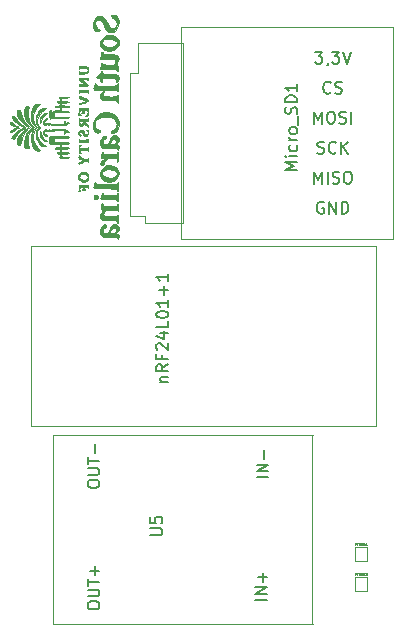
<source format=gbr>
%TF.GenerationSoftware,KiCad,Pcbnew,(5.1.6)-1*%
%TF.CreationDate,2020-10-17T00:26:31-04:00*%
%TF.ProjectId,whs6,77687336-2e6b-4696-9361-645f70636258,rev?*%
%TF.SameCoordinates,Original*%
%TF.FileFunction,Legend,Bot*%
%TF.FilePolarity,Positive*%
%FSLAX46Y46*%
G04 Gerber Fmt 4.6, Leading zero omitted, Abs format (unit mm)*
G04 Created by KiCad (PCBNEW (5.1.6)-1) date 2020-10-17 00:26:31*
%MOMM*%
%LPD*%
G01*
G04 APERTURE LIST*
%ADD10C,0.050000*%
%ADD11C,0.010000*%
%ADD12C,0.120000*%
%ADD13C,0.150000*%
G04 APERTURE END LIST*
D10*
%TO.C,VT6Z12*%
X153220000Y-87122000D02*
X153220000Y-88322000D01*
X154170000Y-88322000D02*
X153220000Y-88322000D01*
X154170000Y-87122000D02*
X154170000Y-88322000D01*
X153220000Y-87122000D02*
X154170000Y-87122000D01*
%TO.C,VT6Z11*%
X153220000Y-84582000D02*
X153220000Y-85782000D01*
X154170000Y-85782000D02*
X153220000Y-85782000D01*
X154170000Y-84582000D02*
X154170000Y-85782000D01*
X153220000Y-84582000D02*
X154170000Y-84582000D01*
D11*
%TO.C,G\u002A\u002A\u002A*%
G36*
X123977547Y-49450086D02*
G01*
X124069646Y-49436188D01*
X124201086Y-49367614D01*
X124353823Y-49251208D01*
X124362924Y-49243160D01*
X124488310Y-49144156D01*
X124593616Y-49082754D01*
X124630158Y-49072902D01*
X124700038Y-49052059D01*
X124690829Y-49006085D01*
X124612144Y-48959813D01*
X124583043Y-48951183D01*
X124468154Y-48895543D01*
X124337253Y-48796180D01*
X124306998Y-48767508D01*
X124191709Y-48677524D01*
X124074262Y-48623179D01*
X123982164Y-48612760D01*
X123942920Y-48654553D01*
X123942837Y-48657798D01*
X123987264Y-48737787D01*
X124105669Y-48833743D01*
X124275735Y-48928593D01*
X124326464Y-48951308D01*
X124528208Y-49037204D01*
X124390333Y-49075538D01*
X124245032Y-49135012D01*
X124102221Y-49222962D01*
X123991670Y-49317640D01*
X123943148Y-49397296D01*
X123942837Y-49402464D01*
X123977547Y-49450086D01*
G37*
X123977547Y-49450086D02*
X124069646Y-49436188D01*
X124201086Y-49367614D01*
X124353823Y-49251208D01*
X124362924Y-49243160D01*
X124488310Y-49144156D01*
X124593616Y-49082754D01*
X124630158Y-49072902D01*
X124700038Y-49052059D01*
X124690829Y-49006085D01*
X124612144Y-48959813D01*
X124583043Y-48951183D01*
X124468154Y-48895543D01*
X124337253Y-48796180D01*
X124306998Y-48767508D01*
X124191709Y-48677524D01*
X124074262Y-48623179D01*
X123982164Y-48612760D01*
X123942920Y-48654553D01*
X123942837Y-48657798D01*
X123987264Y-48737787D01*
X124105669Y-48833743D01*
X124275735Y-48928593D01*
X124326464Y-48951308D01*
X124528208Y-49037204D01*
X124390333Y-49075538D01*
X124245032Y-49135012D01*
X124102221Y-49222962D01*
X123991670Y-49317640D01*
X123943148Y-49397296D01*
X123942837Y-49402464D01*
X123977547Y-49450086D01*
G36*
X124138301Y-49972733D02*
G01*
X124242730Y-49989134D01*
X124360228Y-49966387D01*
X124416161Y-49883202D01*
X124420315Y-49868020D01*
X124481675Y-49744192D01*
X124600826Y-49585371D01*
X124753945Y-49417419D01*
X124917210Y-49266196D01*
X125066798Y-49157565D01*
X125083301Y-49148294D01*
X125214372Y-49070377D01*
X125256317Y-49015793D01*
X125213362Y-48967263D01*
X125137053Y-48928557D01*
X124998089Y-48841235D01*
X124832422Y-48703375D01*
X124667656Y-48542020D01*
X124531395Y-48384212D01*
X124451243Y-48256993D01*
X124451051Y-48256531D01*
X124380938Y-48144730D01*
X124275880Y-48106917D01*
X124242073Y-48105767D01*
X124139875Y-48114059D01*
X124104509Y-48150706D01*
X124134554Y-48233370D01*
X124220917Y-48368444D01*
X124317966Y-48479030D01*
X124464240Y-48609802D01*
X124634932Y-48742575D01*
X124805233Y-48859165D01*
X124950335Y-48941384D01*
X125043026Y-48971098D01*
X125109037Y-48987935D01*
X125084464Y-49034980D01*
X124974170Y-49107037D01*
X124863939Y-49162433D01*
X124717482Y-49250234D01*
X124551300Y-49378845D01*
X124385709Y-49528504D01*
X124241027Y-49679453D01*
X124137571Y-49811932D01*
X124095659Y-49906182D01*
X124095543Y-49909734D01*
X124138301Y-49972733D01*
G37*
X124138301Y-49972733D02*
X124242730Y-49989134D01*
X124360228Y-49966387D01*
X124416161Y-49883202D01*
X124420315Y-49868020D01*
X124481675Y-49744192D01*
X124600826Y-49585371D01*
X124753945Y-49417419D01*
X124917210Y-49266196D01*
X125066798Y-49157565D01*
X125083301Y-49148294D01*
X125214372Y-49070377D01*
X125256317Y-49015793D01*
X125213362Y-48967263D01*
X125137053Y-48928557D01*
X124998089Y-48841235D01*
X124832422Y-48703375D01*
X124667656Y-48542020D01*
X124531395Y-48384212D01*
X124451243Y-48256993D01*
X124451051Y-48256531D01*
X124380938Y-48144730D01*
X124275880Y-48106917D01*
X124242073Y-48105767D01*
X124139875Y-48114059D01*
X124104509Y-48150706D01*
X124134554Y-48233370D01*
X124220917Y-48368444D01*
X124317966Y-48479030D01*
X124464240Y-48609802D01*
X124634932Y-48742575D01*
X124805233Y-48859165D01*
X124950335Y-48941384D01*
X125043026Y-48971098D01*
X125109037Y-48987935D01*
X125084464Y-49034980D01*
X124974170Y-49107037D01*
X124863939Y-49162433D01*
X124717482Y-49250234D01*
X124551300Y-49378845D01*
X124385709Y-49528504D01*
X124241027Y-49679453D01*
X124137571Y-49811932D01*
X124095659Y-49906182D01*
X124095543Y-49909734D01*
X124138301Y-49972733D01*
G36*
X124564396Y-50446847D02*
G01*
X124613823Y-50491411D01*
X124699807Y-50498152D01*
X124787657Y-50490115D01*
X124836402Y-50448672D01*
X124864506Y-50347824D01*
X124879527Y-50245069D01*
X124946105Y-49978350D01*
X125067220Y-49699097D01*
X125223979Y-49442110D01*
X125397488Y-49242187D01*
X125446142Y-49201447D01*
X125650725Y-49045406D01*
X125392525Y-48791919D01*
X125124194Y-48467630D01*
X124951619Y-48113551D01*
X124880508Y-47806326D01*
X124856128Y-47653497D01*
X124823524Y-47576277D01*
X124764233Y-47548991D01*
X124693187Y-47545847D01*
X124598621Y-47551524D01*
X124558489Y-47587236D01*
X124556345Y-47681007D01*
X124565033Y-47764225D01*
X124605259Y-47960089D01*
X124672062Y-48157266D01*
X124684053Y-48184165D01*
X124771298Y-48325547D01*
X124904981Y-48493028D01*
X125062228Y-48662863D01*
X125220160Y-48811310D01*
X125355903Y-48914625D01*
X125417157Y-48945065D01*
X125497180Y-48981304D01*
X125506224Y-49026640D01*
X125437797Y-49093932D01*
X125292797Y-49191375D01*
X125058107Y-49378688D01*
X124850440Y-49616843D01*
X124686482Y-49880035D01*
X124582920Y-50142458D01*
X124554777Y-50332721D01*
X124564396Y-50446847D01*
G37*
X124564396Y-50446847D02*
X124613823Y-50491411D01*
X124699807Y-50498152D01*
X124787657Y-50490115D01*
X124836402Y-50448672D01*
X124864506Y-50347824D01*
X124879527Y-50245069D01*
X124946105Y-49978350D01*
X125067220Y-49699097D01*
X125223979Y-49442110D01*
X125397488Y-49242187D01*
X125446142Y-49201447D01*
X125650725Y-49045406D01*
X125392525Y-48791919D01*
X125124194Y-48467630D01*
X124951619Y-48113551D01*
X124880508Y-47806326D01*
X124856128Y-47653497D01*
X124823524Y-47576277D01*
X124764233Y-47548991D01*
X124693187Y-47545847D01*
X124598621Y-47551524D01*
X124558489Y-47587236D01*
X124556345Y-47681007D01*
X124565033Y-47764225D01*
X124605259Y-47960089D01*
X124672062Y-48157266D01*
X124684053Y-48184165D01*
X124771298Y-48325547D01*
X124904981Y-48493028D01*
X125062228Y-48662863D01*
X125220160Y-48811310D01*
X125355903Y-48914625D01*
X125417157Y-48945065D01*
X125497180Y-48981304D01*
X125506224Y-49026640D01*
X125437797Y-49093932D01*
X125292797Y-49191375D01*
X125058107Y-49378688D01*
X124850440Y-49616843D01*
X124686482Y-49880035D01*
X124582920Y-50142458D01*
X124554777Y-50332721D01*
X124564396Y-50446847D01*
G36*
X125196294Y-50644495D02*
G01*
X125230477Y-50752793D01*
X125297720Y-50796354D01*
X125405347Y-50803563D01*
X125521775Y-50795345D01*
X125558664Y-50761727D01*
X125548170Y-50714485D01*
X125487393Y-50491779D01*
X125456022Y-50240166D01*
X125459812Y-50013217D01*
X125467499Y-49963683D01*
X125524266Y-49735403D01*
X125604776Y-49545683D01*
X125730195Y-49349193D01*
X125795290Y-49261674D01*
X125892943Y-49131253D01*
X125959539Y-49037550D01*
X125978909Y-49004981D01*
X125945961Y-48962949D01*
X125865941Y-48882743D01*
X125858905Y-48876105D01*
X125689940Y-48661127D01*
X125557991Y-48383970D01*
X125477808Y-48081795D01*
X125460392Y-47872147D01*
X125469913Y-47685809D01*
X125492711Y-47528820D01*
X125516963Y-47451201D01*
X125566065Y-47326805D01*
X125537195Y-47261746D01*
X125421625Y-47240734D01*
X125396658Y-47240437D01*
X125289143Y-47246829D01*
X125232369Y-47284043D01*
X125202032Y-47379141D01*
X125186539Y-47474378D01*
X125172300Y-47874092D01*
X125253905Y-48239973D01*
X125430685Y-48570129D01*
X125665500Y-48830562D01*
X125866742Y-49012372D01*
X125599914Y-49287857D01*
X125355558Y-49602935D01*
X125209710Y-49943122D01*
X125161582Y-50311061D01*
X125196294Y-50644495D01*
G37*
X125196294Y-50644495D02*
X125230477Y-50752793D01*
X125297720Y-50796354D01*
X125405347Y-50803563D01*
X125521775Y-50795345D01*
X125558664Y-50761727D01*
X125548170Y-50714485D01*
X125487393Y-50491779D01*
X125456022Y-50240166D01*
X125459812Y-50013217D01*
X125467499Y-49963683D01*
X125524266Y-49735403D01*
X125604776Y-49545683D01*
X125730195Y-49349193D01*
X125795290Y-49261674D01*
X125892943Y-49131253D01*
X125959539Y-49037550D01*
X125978909Y-49004981D01*
X125945961Y-48962949D01*
X125865941Y-48882743D01*
X125858905Y-48876105D01*
X125689940Y-48661127D01*
X125557991Y-48383970D01*
X125477808Y-48081795D01*
X125460392Y-47872147D01*
X125469913Y-47685809D01*
X125492711Y-47528820D01*
X125516963Y-47451201D01*
X125566065Y-47326805D01*
X125537195Y-47261746D01*
X125421625Y-47240734D01*
X125396658Y-47240437D01*
X125289143Y-47246829D01*
X125232369Y-47284043D01*
X125202032Y-47379141D01*
X125186539Y-47474378D01*
X125172300Y-47874092D01*
X125253905Y-48239973D01*
X125430685Y-48570129D01*
X125665500Y-48830562D01*
X125866742Y-49012372D01*
X125599914Y-49287857D01*
X125355558Y-49602935D01*
X125209710Y-49943122D01*
X125161582Y-50311061D01*
X125196294Y-50644495D01*
G36*
X125775327Y-48411274D02*
G01*
X125911913Y-48723688D01*
X125987902Y-48832410D01*
X126138489Y-49024585D01*
X126012775Y-49173987D01*
X125835872Y-49460349D01*
X125745444Y-49786906D01*
X125742509Y-50138535D01*
X125828081Y-50500111D01*
X125910805Y-50692888D01*
X125993878Y-50850843D01*
X126060444Y-50939014D01*
X126137096Y-50979847D01*
X126250431Y-50995787D01*
X126271595Y-50997371D01*
X126422405Y-50997469D01*
X126478354Y-50963895D01*
X126442655Y-50889107D01*
X126355829Y-50799710D01*
X126167312Y-50570966D01*
X126014640Y-50284529D01*
X125929870Y-50023771D01*
X125908698Y-49706381D01*
X125986496Y-49403936D01*
X126114366Y-49186225D01*
X126240439Y-49019588D01*
X126116894Y-48872764D01*
X125978608Y-48634978D01*
X125911458Y-48351412D01*
X125922759Y-48055599D01*
X125930420Y-48017776D01*
X126032337Y-47718677D01*
X126190707Y-47438565D01*
X126355829Y-47244289D01*
X126459267Y-47132982D01*
X126473553Y-47068643D01*
X126395540Y-47043772D01*
X126272925Y-47046628D01*
X126151982Y-47061161D01*
X126071218Y-47097937D01*
X126003615Y-47179492D01*
X125922159Y-47328360D01*
X125912482Y-47347286D01*
X125774945Y-47709965D01*
X125729449Y-48068997D01*
X125775327Y-48411274D01*
G37*
X125775327Y-48411274D02*
X125911913Y-48723688D01*
X125987902Y-48832410D01*
X126138489Y-49024585D01*
X126012775Y-49173987D01*
X125835872Y-49460349D01*
X125745444Y-49786906D01*
X125742509Y-50138535D01*
X125828081Y-50500111D01*
X125910805Y-50692888D01*
X125993878Y-50850843D01*
X126060444Y-50939014D01*
X126137096Y-50979847D01*
X126250431Y-50995787D01*
X126271595Y-50997371D01*
X126422405Y-50997469D01*
X126478354Y-50963895D01*
X126442655Y-50889107D01*
X126355829Y-50799710D01*
X126167312Y-50570966D01*
X126014640Y-50284529D01*
X125929870Y-50023771D01*
X125908698Y-49706381D01*
X125986496Y-49403936D01*
X126114366Y-49186225D01*
X126240439Y-49019588D01*
X126116894Y-48872764D01*
X125978608Y-48634978D01*
X125911458Y-48351412D01*
X125922759Y-48055599D01*
X125930420Y-48017776D01*
X126032337Y-47718677D01*
X126190707Y-47438565D01*
X126355829Y-47244289D01*
X126459267Y-47132982D01*
X126473553Y-47068643D01*
X126395540Y-47043772D01*
X126272925Y-47046628D01*
X126151982Y-47061161D01*
X126071218Y-47097937D01*
X126003615Y-47179492D01*
X125922159Y-47328360D01*
X125912482Y-47347286D01*
X125774945Y-47709965D01*
X125729449Y-48068997D01*
X125775327Y-48411274D01*
G36*
X126158140Y-48526555D02*
G01*
X126209148Y-48688506D01*
X126285011Y-48852142D01*
X126287536Y-48856569D01*
X126344190Y-48964418D01*
X126353855Y-49042386D01*
X126314358Y-49136355D01*
X126270727Y-49211765D01*
X126185177Y-49441316D01*
X126159401Y-49710764D01*
X126194065Y-49977115D01*
X126256296Y-50141839D01*
X126395331Y-50381637D01*
X126519804Y-50537355D01*
X126644089Y-50622520D01*
X126782558Y-50650659D01*
X126797199Y-50650857D01*
X126992584Y-50650857D01*
X126742392Y-50416832D01*
X126522374Y-50168437D01*
X126369865Y-49905926D01*
X126289366Y-49645397D01*
X126285379Y-49402946D01*
X126362407Y-49194672D01*
X126389818Y-49156119D01*
X126495316Y-49022000D01*
X126389818Y-48887881D01*
X126294886Y-48689002D01*
X126281930Y-48452506D01*
X126346449Y-48194488D01*
X126483941Y-47931048D01*
X126689904Y-47678282D01*
X126742392Y-47627168D01*
X126992584Y-47393142D01*
X126820575Y-47393142D01*
X126700558Y-47409848D01*
X126594292Y-47473200D01*
X126468902Y-47603050D01*
X126464563Y-47608108D01*
X126317958Y-47825504D01*
X126210541Y-48075252D01*
X126153882Y-48322669D01*
X126158140Y-48526555D01*
G37*
X126158140Y-48526555D02*
X126209148Y-48688506D01*
X126285011Y-48852142D01*
X126287536Y-48856569D01*
X126344190Y-48964418D01*
X126353855Y-49042386D01*
X126314358Y-49136355D01*
X126270727Y-49211765D01*
X126185177Y-49441316D01*
X126159401Y-49710764D01*
X126194065Y-49977115D01*
X126256296Y-50141839D01*
X126395331Y-50381637D01*
X126519804Y-50537355D01*
X126644089Y-50622520D01*
X126782558Y-50650659D01*
X126797199Y-50650857D01*
X126992584Y-50650857D01*
X126742392Y-50416832D01*
X126522374Y-50168437D01*
X126369865Y-49905926D01*
X126289366Y-49645397D01*
X126285379Y-49402946D01*
X126362407Y-49194672D01*
X126389818Y-49156119D01*
X126495316Y-49022000D01*
X126389818Y-48887881D01*
X126294886Y-48689002D01*
X126281930Y-48452506D01*
X126346449Y-48194488D01*
X126483941Y-47931048D01*
X126689904Y-47678282D01*
X126742392Y-47627168D01*
X126992584Y-47393142D01*
X126820575Y-47393142D01*
X126700558Y-47409848D01*
X126594292Y-47473200D01*
X126468902Y-47603050D01*
X126464563Y-47608108D01*
X126317958Y-47825504D01*
X126210541Y-48075252D01*
X126153882Y-48322669D01*
X126158140Y-48526555D01*
G36*
X126520653Y-49767888D02*
G01*
X126606979Y-49961211D01*
X126733483Y-50105493D01*
X126884510Y-50179985D01*
X126971220Y-50183831D01*
X127107204Y-50167290D01*
X126949109Y-50074648D01*
X126774704Y-49934599D01*
X126640086Y-49733223D01*
X126560357Y-49543281D01*
X126492396Y-49352861D01*
X126490162Y-49546271D01*
X126520653Y-49767888D01*
G37*
X126520653Y-49767888D02*
X126606979Y-49961211D01*
X126733483Y-50105493D01*
X126884510Y-50179985D01*
X126971220Y-50183831D01*
X127107204Y-50167290D01*
X126949109Y-50074648D01*
X126774704Y-49934599D01*
X126640086Y-49733223D01*
X126560357Y-49543281D01*
X126492396Y-49352861D01*
X126490162Y-49546271D01*
X126520653Y-49767888D01*
G36*
X126492396Y-48691138D02*
G01*
X126557517Y-48508982D01*
X126676028Y-48257433D01*
X126842473Y-48062642D01*
X126950092Y-47975526D01*
X127118527Y-47851258D01*
X126964806Y-47851258D01*
X126794813Y-47898402D01*
X126648803Y-48025451D01*
X126542637Y-48210832D01*
X126492174Y-48432970D01*
X126490162Y-48496910D01*
X126492396Y-48691138D01*
G37*
X126492396Y-48691138D02*
X126557517Y-48508982D01*
X126676028Y-48257433D01*
X126842473Y-48062642D01*
X126950092Y-47975526D01*
X127118527Y-47851258D01*
X126964806Y-47851258D01*
X126794813Y-47898402D01*
X126648803Y-48025451D01*
X126542637Y-48210832D01*
X126492174Y-48432970D01*
X126490162Y-48496910D01*
X126492396Y-48691138D01*
G36*
X127305491Y-50310302D02*
G01*
X127317463Y-50421835D01*
X127342124Y-50467094D01*
X127378709Y-50465658D01*
X127424366Y-50416775D01*
X127448468Y-50302319D01*
X127455062Y-50119426D01*
X127449985Y-49948122D01*
X127436777Y-49820156D01*
X127421127Y-49768560D01*
X127364371Y-49735852D01*
X127327623Y-49778940D01*
X127307937Y-49906413D01*
X127302356Y-50114791D01*
X127305491Y-50310302D01*
G37*
X127305491Y-50310302D02*
X127317463Y-50421835D01*
X127342124Y-50467094D01*
X127378709Y-50465658D01*
X127424366Y-50416775D01*
X127448468Y-50302319D01*
X127455062Y-50119426D01*
X127449985Y-49948122D01*
X127436777Y-49820156D01*
X127421127Y-49768560D01*
X127364371Y-49735852D01*
X127327623Y-49778940D01*
X127307937Y-49906413D01*
X127302356Y-50114791D01*
X127305491Y-50310302D01*
G36*
X127307561Y-48155417D02*
G01*
X127324765Y-48264914D01*
X127356356Y-48298524D01*
X127365984Y-48296834D01*
X127406233Y-48233059D01*
X127434214Y-48079589D01*
X127444662Y-47936280D01*
X127448832Y-47750884D01*
X127438183Y-47646384D01*
X127408906Y-47602468D01*
X127381035Y-47596749D01*
X127338761Y-47615806D01*
X127314440Y-47685843D01*
X127303861Y-47826155D01*
X127302356Y-47957304D01*
X127307561Y-48155417D01*
G37*
X127307561Y-48155417D02*
X127324765Y-48264914D01*
X127356356Y-48298524D01*
X127365984Y-48296834D01*
X127406233Y-48233059D01*
X127434214Y-48079589D01*
X127444662Y-47936280D01*
X127448832Y-47750884D01*
X127438183Y-47646384D01*
X127408906Y-47602468D01*
X127381035Y-47596749D01*
X127338761Y-47615806D01*
X127314440Y-47685843D01*
X127303861Y-47826155D01*
X127302356Y-47957304D01*
X127307561Y-48155417D01*
G36*
X127887727Y-50447250D02*
G01*
X128065584Y-50449482D01*
X128164648Y-50462073D01*
X128207920Y-50493871D01*
X128218398Y-50553721D01*
X128218589Y-50574505D01*
X128209095Y-50653031D01*
X128162428Y-50690236D01*
X128051313Y-50701273D01*
X127989531Y-50701759D01*
X127838556Y-50711752D01*
X127769786Y-50745728D01*
X127760473Y-50778112D01*
X127790450Y-50828437D01*
X127892378Y-50851360D01*
X127989531Y-50854465D01*
X128130878Y-50859739D01*
X128197847Y-50885665D01*
X128217714Y-50947396D01*
X128218589Y-50981719D01*
X128202153Y-51072664D01*
X128132289Y-51105935D01*
X128065883Y-51108974D01*
X127944650Y-51131738D01*
X127913178Y-51185326D01*
X127958706Y-51245943D01*
X128065883Y-51261679D01*
X128175018Y-51275375D01*
X128214942Y-51333596D01*
X128218589Y-51388934D01*
X128201165Y-51484594D01*
X128167687Y-51516188D01*
X128118264Y-51554923D01*
X128116785Y-51567090D01*
X128164410Y-51592298D01*
X128294432Y-51610012D01*
X128487571Y-51617822D01*
X128524000Y-51617992D01*
X128725662Y-51612039D01*
X128867375Y-51595786D01*
X128929857Y-51571644D01*
X128931214Y-51567090D01*
X128884850Y-51539977D01*
X128763730Y-51521595D01*
X128625803Y-51516188D01*
X128456541Y-51513494D01*
X128365156Y-51498770D01*
X128327744Y-51462057D01*
X128320399Y-51393394D01*
X128320392Y-51388934D01*
X128326859Y-51318408D01*
X128362196Y-51280331D01*
X128450307Y-51264742D01*
X128615098Y-51261682D01*
X128625803Y-51261679D01*
X128803141Y-51255815D01*
X128898354Y-51235029D01*
X128930612Y-51194526D01*
X128931214Y-51185326D01*
X128907759Y-51140992D01*
X128824612Y-51117189D01*
X128662602Y-51109124D01*
X128625803Y-51108974D01*
X128456541Y-51106279D01*
X128365156Y-51091556D01*
X128327744Y-51054843D01*
X128320399Y-50986180D01*
X128320392Y-50981719D01*
X128326859Y-50911193D01*
X128362196Y-50873116D01*
X128450307Y-50857528D01*
X128615098Y-50854468D01*
X128625803Y-50854465D01*
X128803141Y-50848601D01*
X128898354Y-50827814D01*
X128930612Y-50787312D01*
X128931214Y-50778112D01*
X128907759Y-50733777D01*
X128824612Y-50709974D01*
X128662602Y-50701910D01*
X128625803Y-50701759D01*
X128456541Y-50699065D01*
X128365156Y-50684341D01*
X128327744Y-50647628D01*
X128320399Y-50578965D01*
X128320392Y-50574505D01*
X128326859Y-50503979D01*
X128362196Y-50465902D01*
X128450307Y-50450313D01*
X128615098Y-50447253D01*
X128625803Y-50447250D01*
X128803141Y-50441387D01*
X128898354Y-50420600D01*
X128930612Y-50380097D01*
X128931214Y-50370898D01*
X128916195Y-50338554D01*
X128860931Y-50316584D01*
X128750110Y-50303151D01*
X128568423Y-50296417D01*
X128300559Y-50294545D01*
X127658669Y-50294545D01*
X127658669Y-49938232D01*
X128294942Y-49938232D01*
X128564471Y-49936430D01*
X128747553Y-49929798D01*
X128859495Y-49916500D01*
X128915611Y-49894697D01*
X128931210Y-49862554D01*
X128931214Y-49861880D01*
X128916717Y-49830596D01*
X128863349Y-49808974D01*
X128756293Y-49795366D01*
X128580732Y-49788127D01*
X128321848Y-49785611D01*
X128244040Y-49785527D01*
X127556865Y-49785527D01*
X127556865Y-50447250D01*
X127887727Y-50447250D01*
G37*
X127887727Y-50447250D02*
X128065584Y-50449482D01*
X128164648Y-50462073D01*
X128207920Y-50493871D01*
X128218398Y-50553721D01*
X128218589Y-50574505D01*
X128209095Y-50653031D01*
X128162428Y-50690236D01*
X128051313Y-50701273D01*
X127989531Y-50701759D01*
X127838556Y-50711752D01*
X127769786Y-50745728D01*
X127760473Y-50778112D01*
X127790450Y-50828437D01*
X127892378Y-50851360D01*
X127989531Y-50854465D01*
X128130878Y-50859739D01*
X128197847Y-50885665D01*
X128217714Y-50947396D01*
X128218589Y-50981719D01*
X128202153Y-51072664D01*
X128132289Y-51105935D01*
X128065883Y-51108974D01*
X127944650Y-51131738D01*
X127913178Y-51185326D01*
X127958706Y-51245943D01*
X128065883Y-51261679D01*
X128175018Y-51275375D01*
X128214942Y-51333596D01*
X128218589Y-51388934D01*
X128201165Y-51484594D01*
X128167687Y-51516188D01*
X128118264Y-51554923D01*
X128116785Y-51567090D01*
X128164410Y-51592298D01*
X128294432Y-51610012D01*
X128487571Y-51617822D01*
X128524000Y-51617992D01*
X128725662Y-51612039D01*
X128867375Y-51595786D01*
X128929857Y-51571644D01*
X128931214Y-51567090D01*
X128884850Y-51539977D01*
X128763730Y-51521595D01*
X128625803Y-51516188D01*
X128456541Y-51513494D01*
X128365156Y-51498770D01*
X128327744Y-51462057D01*
X128320399Y-51393394D01*
X128320392Y-51388934D01*
X128326859Y-51318408D01*
X128362196Y-51280331D01*
X128450307Y-51264742D01*
X128615098Y-51261682D01*
X128625803Y-51261679D01*
X128803141Y-51255815D01*
X128898354Y-51235029D01*
X128930612Y-51194526D01*
X128931214Y-51185326D01*
X128907759Y-51140992D01*
X128824612Y-51117189D01*
X128662602Y-51109124D01*
X128625803Y-51108974D01*
X128456541Y-51106279D01*
X128365156Y-51091556D01*
X128327744Y-51054843D01*
X128320399Y-50986180D01*
X128320392Y-50981719D01*
X128326859Y-50911193D01*
X128362196Y-50873116D01*
X128450307Y-50857528D01*
X128615098Y-50854468D01*
X128625803Y-50854465D01*
X128803141Y-50848601D01*
X128898354Y-50827814D01*
X128930612Y-50787312D01*
X128931214Y-50778112D01*
X128907759Y-50733777D01*
X128824612Y-50709974D01*
X128662602Y-50701910D01*
X128625803Y-50701759D01*
X128456541Y-50699065D01*
X128365156Y-50684341D01*
X128327744Y-50647628D01*
X128320399Y-50578965D01*
X128320392Y-50574505D01*
X128326859Y-50503979D01*
X128362196Y-50465902D01*
X128450307Y-50450313D01*
X128615098Y-50447253D01*
X128625803Y-50447250D01*
X128803141Y-50441387D01*
X128898354Y-50420600D01*
X128930612Y-50380097D01*
X128931214Y-50370898D01*
X128916195Y-50338554D01*
X128860931Y-50316584D01*
X128750110Y-50303151D01*
X128568423Y-50296417D01*
X128300559Y-50294545D01*
X127658669Y-50294545D01*
X127658669Y-49938232D01*
X128294942Y-49938232D01*
X128564471Y-49936430D01*
X128747553Y-49929798D01*
X128859495Y-49916500D01*
X128915611Y-49894697D01*
X128931210Y-49862554D01*
X128931214Y-49861880D01*
X128916717Y-49830596D01*
X128863349Y-49808974D01*
X128756293Y-49795366D01*
X128580732Y-49788127D01*
X128321848Y-49785611D01*
X128244040Y-49785527D01*
X127556865Y-49785527D01*
X127556865Y-50447250D01*
X127887727Y-50447250D01*
G36*
X126775198Y-49551408D02*
G01*
X126858456Y-49690202D01*
X126969674Y-49774025D01*
X127027328Y-49785527D01*
X127099452Y-49781993D01*
X127114095Y-49759626D01*
X127065330Y-49700774D01*
X126967297Y-49606709D01*
X126866736Y-49499340D01*
X126814508Y-49417975D01*
X126814395Y-49391190D01*
X126881219Y-49369771D01*
X127018005Y-49351035D01*
X127165804Y-49340627D01*
X127359453Y-49331377D01*
X127612492Y-49318305D01*
X127882683Y-49303620D01*
X128002256Y-49296866D01*
X128524000Y-49266969D01*
X128524000Y-49424444D01*
X128538331Y-49533708D01*
X128573010Y-49581812D01*
X128574901Y-49581920D01*
X128612540Y-49538186D01*
X128625803Y-49448811D01*
X128631588Y-49358746D01*
X128667648Y-49347930D01*
X128751267Y-49397909D01*
X128864284Y-49464875D01*
X128917499Y-49470890D01*
X128931201Y-49417852D01*
X128931214Y-49414738D01*
X128891212Y-49346500D01*
X128793858Y-49268386D01*
X128783380Y-49262033D01*
X128685509Y-49219540D01*
X128550785Y-49192657D01*
X128357438Y-49178631D01*
X128092860Y-49174705D01*
X127844476Y-49180183D01*
X127634716Y-49195161D01*
X127488028Y-49217453D01*
X127441423Y-49232906D01*
X127348903Y-49264636D01*
X127314123Y-49235456D01*
X127256013Y-49205215D01*
X127175102Y-49225607D01*
X127069766Y-49244702D01*
X127037152Y-49218971D01*
X126987283Y-49192078D01*
X126900328Y-49218753D01*
X126810086Y-49279496D01*
X126750358Y-49354806D01*
X126742437Y-49389011D01*
X126775198Y-49551408D01*
G37*
X126775198Y-49551408D02*
X126858456Y-49690202D01*
X126969674Y-49774025D01*
X127027328Y-49785527D01*
X127099452Y-49781993D01*
X127114095Y-49759626D01*
X127065330Y-49700774D01*
X126967297Y-49606709D01*
X126866736Y-49499340D01*
X126814508Y-49417975D01*
X126814395Y-49391190D01*
X126881219Y-49369771D01*
X127018005Y-49351035D01*
X127165804Y-49340627D01*
X127359453Y-49331377D01*
X127612492Y-49318305D01*
X127882683Y-49303620D01*
X128002256Y-49296866D01*
X128524000Y-49266969D01*
X128524000Y-49424444D01*
X128538331Y-49533708D01*
X128573010Y-49581812D01*
X128574901Y-49581920D01*
X128612540Y-49538186D01*
X128625803Y-49448811D01*
X128631588Y-49358746D01*
X128667648Y-49347930D01*
X128751267Y-49397909D01*
X128864284Y-49464875D01*
X128917499Y-49470890D01*
X128931201Y-49417852D01*
X128931214Y-49414738D01*
X128891212Y-49346500D01*
X128793858Y-49268386D01*
X128783380Y-49262033D01*
X128685509Y-49219540D01*
X128550785Y-49192657D01*
X128357438Y-49178631D01*
X128092860Y-49174705D01*
X127844476Y-49180183D01*
X127634716Y-49195161D01*
X127488028Y-49217453D01*
X127441423Y-49232906D01*
X127348903Y-49264636D01*
X127314123Y-49235456D01*
X127256013Y-49205215D01*
X127175102Y-49225607D01*
X127069766Y-49244702D01*
X127037152Y-49218971D01*
X126987283Y-49192078D01*
X126900328Y-49218753D01*
X126810086Y-49279496D01*
X126750358Y-49354806D01*
X126742437Y-49389011D01*
X126775198Y-49551408D01*
G36*
X126777068Y-48744200D02*
G01*
X126858163Y-48812872D01*
X126951520Y-48852213D01*
X127022938Y-48844002D01*
X127038170Y-48821975D01*
X127085980Y-48795300D01*
X127160231Y-48824055D01*
X127254245Y-48853590D01*
X127302356Y-48818393D01*
X127359075Y-48782795D01*
X127445242Y-48813137D01*
X127538340Y-48836493D01*
X127706622Y-48855097D01*
X127923495Y-48866644D01*
X128092860Y-48869294D01*
X128363989Y-48865121D01*
X128555354Y-48850764D01*
X128688721Y-48823473D01*
X128783380Y-48781967D01*
X128894176Y-48698410D01*
X128936152Y-48631744D01*
X128909938Y-48600274D01*
X128816162Y-48622309D01*
X128778509Y-48640236D01*
X128675247Y-48689046D01*
X128633737Y-48680945D01*
X128625831Y-48606791D01*
X128625803Y-48590642D01*
X128608540Y-48494358D01*
X128574901Y-48462080D01*
X128539462Y-48506388D01*
X128524023Y-48613469D01*
X128524000Y-48618166D01*
X128524000Y-48774252D01*
X128002256Y-48748266D01*
X127738535Y-48735137D01*
X127472487Y-48721904D01*
X127246312Y-48710665D01*
X127166617Y-48706709D01*
X126995404Y-48692819D01*
X126866905Y-48672416D01*
X126815208Y-48653624D01*
X126827342Y-48601041D01*
X126899100Y-48506932D01*
X126967297Y-48437291D01*
X127075759Y-48332584D01*
X127115682Y-48279646D01*
X127092992Y-48260827D01*
X127027328Y-48258473D01*
X126909662Y-48304306D01*
X126810383Y-48421612D01*
X126750746Y-48580102D01*
X126742437Y-48664419D01*
X126777068Y-48744200D01*
G37*
X126777068Y-48744200D02*
X126858163Y-48812872D01*
X126951520Y-48852213D01*
X127022938Y-48844002D01*
X127038170Y-48821975D01*
X127085980Y-48795300D01*
X127160231Y-48824055D01*
X127254245Y-48853590D01*
X127302356Y-48818393D01*
X127359075Y-48782795D01*
X127445242Y-48813137D01*
X127538340Y-48836493D01*
X127706622Y-48855097D01*
X127923495Y-48866644D01*
X128092860Y-48869294D01*
X128363989Y-48865121D01*
X128555354Y-48850764D01*
X128688721Y-48823473D01*
X128783380Y-48781967D01*
X128894176Y-48698410D01*
X128936152Y-48631744D01*
X128909938Y-48600274D01*
X128816162Y-48622309D01*
X128778509Y-48640236D01*
X128675247Y-48689046D01*
X128633737Y-48680945D01*
X128625831Y-48606791D01*
X128625803Y-48590642D01*
X128608540Y-48494358D01*
X128574901Y-48462080D01*
X128539462Y-48506388D01*
X128524023Y-48613469D01*
X128524000Y-48618166D01*
X128524000Y-48774252D01*
X128002256Y-48748266D01*
X127738535Y-48735137D01*
X127472487Y-48721904D01*
X127246312Y-48710665D01*
X127166617Y-48706709D01*
X126995404Y-48692819D01*
X126866905Y-48672416D01*
X126815208Y-48653624D01*
X126827342Y-48601041D01*
X126899100Y-48506932D01*
X126967297Y-48437291D01*
X127075759Y-48332584D01*
X127115682Y-48279646D01*
X127092992Y-48260827D01*
X127027328Y-48258473D01*
X126909662Y-48304306D01*
X126810383Y-48421612D01*
X126750746Y-48580102D01*
X126742437Y-48664419D01*
X126777068Y-48744200D01*
G36*
X128244040Y-48258473D02*
G01*
X128554705Y-48253727D01*
X128772879Y-48241161D01*
X128897149Y-48223287D01*
X128926101Y-48202613D01*
X128858320Y-48181649D01*
X128692394Y-48162905D01*
X128426909Y-48148892D01*
X128307667Y-48145510D01*
X127684120Y-48131218D01*
X127684120Y-47774906D01*
X128307667Y-47760613D01*
X128559253Y-47751039D01*
X128758105Y-47735934D01*
X128887594Y-47716996D01*
X128931214Y-47696986D01*
X128884977Y-47670968D01*
X128764797Y-47653091D01*
X128625803Y-47647651D01*
X128320392Y-47647651D01*
X128320392Y-47342240D01*
X128625803Y-47342240D01*
X128803141Y-47336376D01*
X128898354Y-47315590D01*
X128930612Y-47275087D01*
X128931214Y-47265888D01*
X128907759Y-47221553D01*
X128824612Y-47197750D01*
X128662602Y-47189685D01*
X128625803Y-47189535D01*
X128456541Y-47186840D01*
X128365156Y-47172117D01*
X128327744Y-47135404D01*
X128320399Y-47066741D01*
X128320392Y-47062280D01*
X128326859Y-46991754D01*
X128362196Y-46953677D01*
X128450307Y-46938089D01*
X128615098Y-46935029D01*
X128625803Y-46935026D01*
X128788483Y-46927298D01*
X128898773Y-46907112D01*
X128931214Y-46884124D01*
X128884850Y-46857011D01*
X128763730Y-46838629D01*
X128625803Y-46833222D01*
X128320392Y-46833222D01*
X128320392Y-46527811D01*
X128625803Y-46527811D01*
X128788483Y-46520084D01*
X128898773Y-46499897D01*
X128931214Y-46476910D01*
X128883589Y-46451702D01*
X128753567Y-46433988D01*
X128560428Y-46426177D01*
X128524000Y-46426008D01*
X128322337Y-46431961D01*
X128180625Y-46448214D01*
X128118143Y-46472356D01*
X128116785Y-46476910D01*
X128155520Y-46526332D01*
X128167687Y-46527811D01*
X128203427Y-46572043D01*
X128218585Y-46678617D01*
X128218589Y-46680517D01*
X128205976Y-46788678D01*
X128146481Y-46828544D01*
X128065883Y-46833222D01*
X127958664Y-46847966D01*
X127913190Y-46883491D01*
X127913178Y-46884124D01*
X127957410Y-46919864D01*
X128063984Y-46935022D01*
X128065883Y-46935026D01*
X128175018Y-46948722D01*
X128214942Y-47006942D01*
X128218589Y-47062280D01*
X128209095Y-47140806D01*
X128162428Y-47178011D01*
X128051313Y-47189049D01*
X127989531Y-47189535D01*
X127838556Y-47199527D01*
X127769786Y-47233503D01*
X127760473Y-47265888D01*
X127790450Y-47316213D01*
X127892378Y-47339136D01*
X127989531Y-47342240D01*
X128130878Y-47347515D01*
X128197847Y-47373440D01*
X128217714Y-47435171D01*
X128218589Y-47469495D01*
X128204602Y-47556687D01*
X128142478Y-47591515D01*
X128046795Y-47596749D01*
X127869635Y-47606987D01*
X127715933Y-47628563D01*
X127627119Y-47651228D01*
X127579622Y-47691637D01*
X127560517Y-47776676D01*
X127556877Y-47933235D01*
X127556865Y-47959425D01*
X127556865Y-48258473D01*
X128244040Y-48258473D01*
G37*
X128244040Y-48258473D02*
X128554705Y-48253727D01*
X128772879Y-48241161D01*
X128897149Y-48223287D01*
X128926101Y-48202613D01*
X128858320Y-48181649D01*
X128692394Y-48162905D01*
X128426909Y-48148892D01*
X128307667Y-48145510D01*
X127684120Y-48131218D01*
X127684120Y-47774906D01*
X128307667Y-47760613D01*
X128559253Y-47751039D01*
X128758105Y-47735934D01*
X128887594Y-47716996D01*
X128931214Y-47696986D01*
X128884977Y-47670968D01*
X128764797Y-47653091D01*
X128625803Y-47647651D01*
X128320392Y-47647651D01*
X128320392Y-47342240D01*
X128625803Y-47342240D01*
X128803141Y-47336376D01*
X128898354Y-47315590D01*
X128930612Y-47275087D01*
X128931214Y-47265888D01*
X128907759Y-47221553D01*
X128824612Y-47197750D01*
X128662602Y-47189685D01*
X128625803Y-47189535D01*
X128456541Y-47186840D01*
X128365156Y-47172117D01*
X128327744Y-47135404D01*
X128320399Y-47066741D01*
X128320392Y-47062280D01*
X128326859Y-46991754D01*
X128362196Y-46953677D01*
X128450307Y-46938089D01*
X128615098Y-46935029D01*
X128625803Y-46935026D01*
X128788483Y-46927298D01*
X128898773Y-46907112D01*
X128931214Y-46884124D01*
X128884850Y-46857011D01*
X128763730Y-46838629D01*
X128625803Y-46833222D01*
X128320392Y-46833222D01*
X128320392Y-46527811D01*
X128625803Y-46527811D01*
X128788483Y-46520084D01*
X128898773Y-46499897D01*
X128931214Y-46476910D01*
X128883589Y-46451702D01*
X128753567Y-46433988D01*
X128560428Y-46426177D01*
X128524000Y-46426008D01*
X128322337Y-46431961D01*
X128180625Y-46448214D01*
X128118143Y-46472356D01*
X128116785Y-46476910D01*
X128155520Y-46526332D01*
X128167687Y-46527811D01*
X128203427Y-46572043D01*
X128218585Y-46678617D01*
X128218589Y-46680517D01*
X128205976Y-46788678D01*
X128146481Y-46828544D01*
X128065883Y-46833222D01*
X127958664Y-46847966D01*
X127913190Y-46883491D01*
X127913178Y-46884124D01*
X127957410Y-46919864D01*
X128063984Y-46935022D01*
X128065883Y-46935026D01*
X128175018Y-46948722D01*
X128214942Y-47006942D01*
X128218589Y-47062280D01*
X128209095Y-47140806D01*
X128162428Y-47178011D01*
X128051313Y-47189049D01*
X127989531Y-47189535D01*
X127838556Y-47199527D01*
X127769786Y-47233503D01*
X127760473Y-47265888D01*
X127790450Y-47316213D01*
X127892378Y-47339136D01*
X127989531Y-47342240D01*
X128130878Y-47347515D01*
X128197847Y-47373440D01*
X128217714Y-47435171D01*
X128218589Y-47469495D01*
X128204602Y-47556687D01*
X128142478Y-47591515D01*
X128046795Y-47596749D01*
X127869635Y-47606987D01*
X127715933Y-47628563D01*
X127627119Y-47651228D01*
X127579622Y-47691637D01*
X127560517Y-47776676D01*
X127556877Y-47933235D01*
X127556865Y-47959425D01*
X127556865Y-48258473D01*
X128244040Y-48258473D01*
G36*
X129767396Y-54449203D02*
G01*
X129850289Y-54464606D01*
X129854726Y-54464474D01*
X129922480Y-54453103D01*
X129911074Y-54434781D01*
X129868071Y-54371412D01*
X129847700Y-54250844D01*
X129847447Y-54235193D01*
X129856502Y-54117368D01*
X129901906Y-54069791D01*
X130000152Y-54061278D01*
X130112744Y-54077912D01*
X130151744Y-54138146D01*
X130152857Y-54158840D01*
X130123764Y-54252415D01*
X130089230Y-54282076D01*
X130089806Y-54299605D01*
X130171362Y-54310683D01*
X130200763Y-54311769D01*
X130311648Y-54310468D01*
X130334123Y-54292258D01*
X130282064Y-54247157D01*
X130222571Y-54171848D01*
X130224438Y-54119902D01*
X130307357Y-54068456D01*
X130425423Y-54069494D01*
X130529438Y-54118497D01*
X130555995Y-54150356D01*
X130590345Y-54192534D01*
X130605915Y-54153358D01*
X130609426Y-54061278D01*
X130610974Y-53883122D01*
X129796545Y-53883122D01*
X129796545Y-54095292D01*
X129789378Y-54249455D01*
X129771574Y-54368590D01*
X129765648Y-54387977D01*
X129767396Y-54449203D01*
G37*
X129767396Y-54449203D02*
X129850289Y-54464606D01*
X129854726Y-54464474D01*
X129922480Y-54453103D01*
X129911074Y-54434781D01*
X129868071Y-54371412D01*
X129847700Y-54250844D01*
X129847447Y-54235193D01*
X129856502Y-54117368D01*
X129901906Y-54069791D01*
X130000152Y-54061278D01*
X130112744Y-54077912D01*
X130151744Y-54138146D01*
X130152857Y-54158840D01*
X130123764Y-54252415D01*
X130089230Y-54282076D01*
X130089806Y-54299605D01*
X130171362Y-54310683D01*
X130200763Y-54311769D01*
X130311648Y-54310468D01*
X130334123Y-54292258D01*
X130282064Y-54247157D01*
X130222571Y-54171848D01*
X130224438Y-54119902D01*
X130307357Y-54068456D01*
X130425423Y-54069494D01*
X130529438Y-54118497D01*
X130555995Y-54150356D01*
X130590345Y-54192534D01*
X130605915Y-54153358D01*
X130609426Y-54061278D01*
X130610974Y-53883122D01*
X129796545Y-53883122D01*
X129796545Y-54095292D01*
X129789378Y-54249455D01*
X129771574Y-54368590D01*
X129765648Y-54387977D01*
X129767396Y-54449203D01*
G36*
X129808706Y-53461717D02*
G01*
X129864530Y-53523070D01*
X130032048Y-53627197D01*
X130225404Y-53652708D01*
X130408584Y-53597082D01*
X130455836Y-53564466D01*
X130557229Y-53423745D01*
X130599490Y-53239542D01*
X130578278Y-53054177D01*
X130519705Y-52941809D01*
X130415886Y-52852325D01*
X130274616Y-52818491D01*
X130209450Y-52816498D01*
X130171755Y-52823549D01*
X130171755Y-52992340D01*
X130356422Y-53021510D01*
X130487059Y-53097196D01*
X130552314Y-53201666D01*
X130540832Y-53317188D01*
X130446942Y-53422119D01*
X130290009Y-53487031D01*
X130123585Y-53487833D01*
X129975906Y-53433636D01*
X129875210Y-53333550D01*
X129847447Y-53228693D01*
X129881340Y-53092454D01*
X129988662Y-53015730D01*
X130171755Y-52992340D01*
X130171755Y-52823549D01*
X129998716Y-52855922D01*
X129852322Y-52974231D01*
X129770205Y-53171483D01*
X129763412Y-53207976D01*
X129756873Y-53352758D01*
X129808706Y-53461717D01*
G37*
X129808706Y-53461717D02*
X129864530Y-53523070D01*
X130032048Y-53627197D01*
X130225404Y-53652708D01*
X130408584Y-53597082D01*
X130455836Y-53564466D01*
X130557229Y-53423745D01*
X130599490Y-53239542D01*
X130578278Y-53054177D01*
X130519705Y-52941809D01*
X130415886Y-52852325D01*
X130274616Y-52818491D01*
X130209450Y-52816498D01*
X130171755Y-52823549D01*
X130171755Y-52992340D01*
X130356422Y-53021510D01*
X130487059Y-53097196D01*
X130552314Y-53201666D01*
X130540832Y-53317188D01*
X130446942Y-53422119D01*
X130290009Y-53487031D01*
X130123585Y-53487833D01*
X129975906Y-53433636D01*
X129875210Y-53333550D01*
X129847447Y-53228693D01*
X129881340Y-53092454D01*
X129988662Y-53015730D01*
X130171755Y-52992340D01*
X130171755Y-52823549D01*
X129998716Y-52855922D01*
X129852322Y-52974231D01*
X129770205Y-53171483D01*
X129763412Y-53207976D01*
X129756873Y-53352758D01*
X129808706Y-53461717D01*
G36*
X129779194Y-51670138D02*
G01*
X129823283Y-51686807D01*
X129904727Y-51695413D01*
X130024356Y-51747594D01*
X130046779Y-51760656D01*
X130207700Y-51858518D01*
X130040299Y-51928349D01*
X129914192Y-51972190D01*
X129826449Y-51987344D01*
X129820178Y-51986516D01*
X129777670Y-52018763D01*
X129767458Y-52076381D01*
X129772849Y-52159107D01*
X129780234Y-52177912D01*
X129826449Y-52153023D01*
X129932410Y-52088767D01*
X130033801Y-52025206D01*
X130233790Y-51920879D01*
X130401924Y-51876230D01*
X130522153Y-51893142D01*
X130575886Y-51961579D01*
X130589644Y-51970780D01*
X130598942Y-51895520D01*
X130601050Y-51821599D01*
X130597325Y-51700311D01*
X130585729Y-51648134D01*
X130577262Y-51656168D01*
X130506784Y-51708339D01*
X130376258Y-51715465D01*
X130215499Y-51680339D01*
X130057062Y-51607434D01*
X129938962Y-51528849D01*
X129865210Y-51467499D01*
X129855930Y-51454729D01*
X129816255Y-51412192D01*
X129781976Y-51456145D01*
X129765901Y-51562718D01*
X129779194Y-51670138D01*
G37*
X129779194Y-51670138D02*
X129823283Y-51686807D01*
X129904727Y-51695413D01*
X130024356Y-51747594D01*
X130046779Y-51760656D01*
X130207700Y-51858518D01*
X130040299Y-51928349D01*
X129914192Y-51972190D01*
X129826449Y-51987344D01*
X129820178Y-51986516D01*
X129777670Y-52018763D01*
X129767458Y-52076381D01*
X129772849Y-52159107D01*
X129780234Y-52177912D01*
X129826449Y-52153023D01*
X129932410Y-52088767D01*
X130033801Y-52025206D01*
X130233790Y-51920879D01*
X130401924Y-51876230D01*
X130522153Y-51893142D01*
X130575886Y-51961579D01*
X130589644Y-51970780D01*
X130598942Y-51895520D01*
X130601050Y-51821599D01*
X130597325Y-51700311D01*
X130585729Y-51648134D01*
X130577262Y-51656168D01*
X130506784Y-51708339D01*
X130376258Y-51715465D01*
X130215499Y-51680339D01*
X130057062Y-51607434D01*
X129938962Y-51528849D01*
X129865210Y-51467499D01*
X129855930Y-51454729D01*
X129816255Y-51412192D01*
X129781976Y-51456145D01*
X129765901Y-51562718D01*
X129779194Y-51670138D01*
G36*
X129785625Y-51151808D02*
G01*
X129813365Y-51197654D01*
X129867992Y-51209160D01*
X129898348Y-51209190D01*
X129984415Y-51202527D01*
X129978674Y-51174041D01*
X129936525Y-51139920D01*
X129854469Y-51058258D01*
X129861544Y-51002104D01*
X129961260Y-50969008D01*
X130157126Y-50956518D01*
X130199517Y-50956268D01*
X130424190Y-50965979D01*
X130550099Y-50995023D01*
X130577262Y-51019896D01*
X130592663Y-51013868D01*
X130603103Y-50927252D01*
X130605407Y-50854465D01*
X130602378Y-50722071D01*
X130586754Y-50679944D01*
X130555995Y-50714485D01*
X130481107Y-50766531D01*
X130348538Y-50799167D01*
X130188666Y-50812155D01*
X130031872Y-50805252D01*
X129908534Y-50778219D01*
X129849033Y-50730814D01*
X129847447Y-50720096D01*
X129884485Y-50623049D01*
X129936525Y-50565894D01*
X129993014Y-50514366D01*
X129961958Y-50503821D01*
X129906853Y-50509381D01*
X129843475Y-50524947D01*
X129806853Y-50568224D01*
X129788647Y-50662661D01*
X129780520Y-50831704D01*
X129779598Y-50867221D01*
X129776970Y-51049153D01*
X129785625Y-51151808D01*
G37*
X129785625Y-51151808D02*
X129813365Y-51197654D01*
X129867992Y-51209160D01*
X129898348Y-51209190D01*
X129984415Y-51202527D01*
X129978674Y-51174041D01*
X129936525Y-51139920D01*
X129854469Y-51058258D01*
X129861544Y-51002104D01*
X129961260Y-50969008D01*
X130157126Y-50956518D01*
X130199517Y-50956268D01*
X130424190Y-50965979D01*
X130550099Y-50995023D01*
X130577262Y-51019896D01*
X130592663Y-51013868D01*
X130603103Y-50927252D01*
X130605407Y-50854465D01*
X130602378Y-50722071D01*
X130586754Y-50679944D01*
X130555995Y-50714485D01*
X130481107Y-50766531D01*
X130348538Y-50799167D01*
X130188666Y-50812155D01*
X130031872Y-50805252D01*
X129908534Y-50778219D01*
X129849033Y-50730814D01*
X129847447Y-50720096D01*
X129884485Y-50623049D01*
X129936525Y-50565894D01*
X129993014Y-50514366D01*
X129961958Y-50503821D01*
X129906853Y-50509381D01*
X129843475Y-50524947D01*
X129806853Y-50568224D01*
X129788647Y-50662661D01*
X129780520Y-50831704D01*
X129779598Y-50867221D01*
X129776970Y-51049153D01*
X129785625Y-51151808D01*
G36*
X129783819Y-50129114D02*
G01*
X129797816Y-50198798D01*
X129829152Y-50240388D01*
X129899783Y-50261134D01*
X130031660Y-50268287D01*
X130207669Y-50269094D01*
X130610974Y-50269094D01*
X130610974Y-50118934D01*
X130602451Y-50021371D01*
X130571010Y-50011783D01*
X130549891Y-50029855D01*
X130474200Y-50060912D01*
X130340545Y-50081086D01*
X130180016Y-50089927D01*
X130023701Y-50086985D01*
X129902689Y-50071809D01*
X129848067Y-50043948D01*
X129847447Y-50040036D01*
X129815213Y-49990552D01*
X129805361Y-49989134D01*
X129781371Y-50032289D01*
X129783819Y-50129114D01*
G37*
X129783819Y-50129114D02*
X129797816Y-50198798D01*
X129829152Y-50240388D01*
X129899783Y-50261134D01*
X130031660Y-50268287D01*
X130207669Y-50269094D01*
X130610974Y-50269094D01*
X130610974Y-50118934D01*
X130602451Y-50021371D01*
X130571010Y-50011783D01*
X130549891Y-50029855D01*
X130474200Y-50060912D01*
X130340545Y-50081086D01*
X130180016Y-50089927D01*
X130023701Y-50086985D01*
X129902689Y-50071809D01*
X129848067Y-50043948D01*
X129847447Y-50040036D01*
X129815213Y-49990552D01*
X129805361Y-49989134D01*
X129781371Y-50032289D01*
X129783819Y-50129114D01*
G36*
X129768700Y-49622326D02*
G01*
X129832040Y-49710986D01*
X129912044Y-49733077D01*
X129988496Y-49726595D01*
X129970357Y-49700226D01*
X129936525Y-49679646D01*
X129872412Y-49604365D01*
X129848309Y-49502444D01*
X129865986Y-49413819D01*
X129923161Y-49378312D01*
X129993306Y-49418277D01*
X130084359Y-49519524D01*
X130127406Y-49581920D01*
X130251676Y-49732011D01*
X130370635Y-49781555D01*
X130482740Y-49730209D01*
X130531735Y-49672397D01*
X130588006Y-49546552D01*
X130610729Y-49403117D01*
X130594921Y-49287492D01*
X130577039Y-49259542D01*
X130502996Y-49231342D01*
X130440186Y-49225607D01*
X130373812Y-49230469D01*
X130378298Y-49259914D01*
X130451511Y-49332040D01*
X130535163Y-49448736D01*
X130537533Y-49550639D01*
X130460703Y-49614806D01*
X130425109Y-49622911D01*
X130338770Y-49607571D01*
X130262806Y-49520817D01*
X130222021Y-49444754D01*
X130116956Y-49292332D01*
X130002510Y-49233450D01*
X129889116Y-49270582D01*
X129819601Y-49349372D01*
X129762253Y-49492242D01*
X129768700Y-49622326D01*
G37*
X129768700Y-49622326D02*
X129832040Y-49710986D01*
X129912044Y-49733077D01*
X129988496Y-49726595D01*
X129970357Y-49700226D01*
X129936525Y-49679646D01*
X129872412Y-49604365D01*
X129848309Y-49502444D01*
X129865986Y-49413819D01*
X129923161Y-49378312D01*
X129993306Y-49418277D01*
X130084359Y-49519524D01*
X130127406Y-49581920D01*
X130251676Y-49732011D01*
X130370635Y-49781555D01*
X130482740Y-49730209D01*
X130531735Y-49672397D01*
X130588006Y-49546552D01*
X130610729Y-49403117D01*
X130594921Y-49287492D01*
X130577039Y-49259542D01*
X130502996Y-49231342D01*
X130440186Y-49225607D01*
X130373812Y-49230469D01*
X130378298Y-49259914D01*
X130451511Y-49332040D01*
X130535163Y-49448736D01*
X130537533Y-49550639D01*
X130460703Y-49614806D01*
X130425109Y-49622911D01*
X130338770Y-49607571D01*
X130262806Y-49520817D01*
X130222021Y-49444754D01*
X130116956Y-49292332D01*
X130002510Y-49233450D01*
X129889116Y-49270582D01*
X129819601Y-49349372D01*
X129762253Y-49492242D01*
X129768700Y-49622326D01*
G36*
X129784886Y-48558345D02*
G01*
X129803809Y-48702736D01*
X129832371Y-48813756D01*
X129850469Y-48847485D01*
X129955512Y-48914946D01*
X130070525Y-48882854D01*
X130136828Y-48821183D01*
X130191670Y-48765383D01*
X130243156Y-48757258D01*
X130321231Y-48802719D01*
X130416290Y-48876362D01*
X130532104Y-48963835D01*
X130590080Y-48990407D01*
X130609586Y-48961538D01*
X130610974Y-48931238D01*
X130567534Y-48837388D01*
X130451090Y-48727940D01*
X130407366Y-48697180D01*
X130288352Y-48612709D01*
X130215025Y-48549663D01*
X130203759Y-48532364D01*
X130248638Y-48517862D01*
X130360834Y-48518066D01*
X130407366Y-48521706D01*
X130537462Y-48529061D01*
X130595519Y-48505063D01*
X130610527Y-48430906D01*
X130610974Y-48389617D01*
X130602520Y-48291300D01*
X130571354Y-48280925D01*
X130549891Y-48299194D01*
X130474200Y-48330250D01*
X130340545Y-48350424D01*
X130180016Y-48359266D01*
X130023701Y-48356323D01*
X130000152Y-48353370D01*
X130000152Y-48512982D01*
X130119804Y-48540244D01*
X130152078Y-48610118D01*
X130090198Y-48704735D01*
X130077153Y-48716051D01*
X129970704Y-48756046D01*
X129882048Y-48715235D01*
X129847447Y-48616383D01*
X129870759Y-48540877D01*
X129958348Y-48514163D01*
X130000152Y-48512982D01*
X130000152Y-48353370D01*
X129902689Y-48341147D01*
X129848067Y-48313287D01*
X129847447Y-48309375D01*
X129818130Y-48259832D01*
X129809270Y-48258429D01*
X129785284Y-48302844D01*
X129777933Y-48413931D01*
X129784886Y-48558345D01*
G37*
X129784886Y-48558345D02*
X129803809Y-48702736D01*
X129832371Y-48813756D01*
X129850469Y-48847485D01*
X129955512Y-48914946D01*
X130070525Y-48882854D01*
X130136828Y-48821183D01*
X130191670Y-48765383D01*
X130243156Y-48757258D01*
X130321231Y-48802719D01*
X130416290Y-48876362D01*
X130532104Y-48963835D01*
X130590080Y-48990407D01*
X130609586Y-48961538D01*
X130610974Y-48931238D01*
X130567534Y-48837388D01*
X130451090Y-48727940D01*
X130407366Y-48697180D01*
X130288352Y-48612709D01*
X130215025Y-48549663D01*
X130203759Y-48532364D01*
X130248638Y-48517862D01*
X130360834Y-48518066D01*
X130407366Y-48521706D01*
X130537462Y-48529061D01*
X130595519Y-48505063D01*
X130610527Y-48430906D01*
X130610974Y-48389617D01*
X130602520Y-48291300D01*
X130571354Y-48280925D01*
X130549891Y-48299194D01*
X130474200Y-48330250D01*
X130340545Y-48350424D01*
X130180016Y-48359266D01*
X130023701Y-48356323D01*
X130000152Y-48353370D01*
X130000152Y-48512982D01*
X130119804Y-48540244D01*
X130152078Y-48610118D01*
X130090198Y-48704735D01*
X130077153Y-48716051D01*
X129970704Y-48756046D01*
X129882048Y-48715235D01*
X129847447Y-48616383D01*
X129870759Y-48540877D01*
X129958348Y-48514163D01*
X130000152Y-48512982D01*
X130000152Y-48353370D01*
X129902689Y-48341147D01*
X129848067Y-48313287D01*
X129847447Y-48309375D01*
X129818130Y-48259832D01*
X129809270Y-48258429D01*
X129785284Y-48302844D01*
X129777933Y-48413931D01*
X129784886Y-48558345D01*
G36*
X129769400Y-47975662D02*
G01*
X129843343Y-48017639D01*
X129926668Y-48021688D01*
X129949250Y-47999198D01*
X129910375Y-47954371D01*
X129898348Y-47953062D01*
X129864704Y-47908315D01*
X129847886Y-47798286D01*
X129847447Y-47774906D01*
X129857113Y-47654268D01*
X129899949Y-47604912D01*
X129971697Y-47596749D01*
X130092249Y-47622663D01*
X130136951Y-47686357D01*
X130094143Y-47766760D01*
X130074552Y-47782628D01*
X130022358Y-47827969D01*
X130045487Y-47846002D01*
X130155854Y-47847240D01*
X130253793Y-47838541D01*
X130275763Y-47822058D01*
X130267386Y-47817547D01*
X130214593Y-47751541D01*
X130203759Y-47691086D01*
X130221814Y-47622486D01*
X130294692Y-47602070D01*
X130369190Y-47606250D01*
X130488420Y-47633249D01*
X130539817Y-47701003D01*
X130550252Y-47757258D01*
X130526255Y-47895623D01*
X130448449Y-47977084D01*
X130331014Y-48061852D01*
X130458268Y-48045633D01*
X130529509Y-48028176D01*
X130569688Y-47982089D01*
X130589924Y-47882201D01*
X130600347Y-47724004D01*
X130615171Y-47418593D01*
X129796545Y-47418593D01*
X129795850Y-47596749D01*
X129787066Y-47752358D01*
X129766845Y-47880346D01*
X129766295Y-47882425D01*
X129769400Y-47975662D01*
G37*
X129769400Y-47975662D02*
X129843343Y-48017639D01*
X129926668Y-48021688D01*
X129949250Y-47999198D01*
X129910375Y-47954371D01*
X129898348Y-47953062D01*
X129864704Y-47908315D01*
X129847886Y-47798286D01*
X129847447Y-47774906D01*
X129857113Y-47654268D01*
X129899949Y-47604912D01*
X129971697Y-47596749D01*
X130092249Y-47622663D01*
X130136951Y-47686357D01*
X130094143Y-47766760D01*
X130074552Y-47782628D01*
X130022358Y-47827969D01*
X130045487Y-47846002D01*
X130155854Y-47847240D01*
X130253793Y-47838541D01*
X130275763Y-47822058D01*
X130267386Y-47817547D01*
X130214593Y-47751541D01*
X130203759Y-47691086D01*
X130221814Y-47622486D01*
X130294692Y-47602070D01*
X130369190Y-47606250D01*
X130488420Y-47633249D01*
X130539817Y-47701003D01*
X130550252Y-47757258D01*
X130526255Y-47895623D01*
X130448449Y-47977084D01*
X130331014Y-48061852D01*
X130458268Y-48045633D01*
X130529509Y-48028176D01*
X130569688Y-47982089D01*
X130589924Y-47882201D01*
X130600347Y-47724004D01*
X130615171Y-47418593D01*
X129796545Y-47418593D01*
X129795850Y-47596749D01*
X129787066Y-47752358D01*
X129766845Y-47880346D01*
X129766295Y-47882425D01*
X129769400Y-47975662D01*
G36*
X129782079Y-46491859D02*
G01*
X129824212Y-46584453D01*
X129873103Y-46612648D01*
X129957764Y-46629896D01*
X130097236Y-46673804D01*
X130181721Y-46704565D01*
X130422404Y-46796483D01*
X130173101Y-46891442D01*
X130019696Y-46941210D01*
X129900234Y-46964554D01*
X129860172Y-46962311D01*
X129807320Y-46981792D01*
X129796545Y-47030868D01*
X129804858Y-47072492D01*
X129841900Y-47085618D01*
X129925823Y-47067329D01*
X130074780Y-47014707D01*
X130202404Y-46965643D01*
X130386269Y-46888499D01*
X130527041Y-46818739D01*
X130602603Y-46767767D01*
X130609619Y-46755659D01*
X130566020Y-46714801D01*
X130448754Y-46651524D01*
X130280123Y-46577365D01*
X130216485Y-46552272D01*
X130031212Y-46480899D01*
X129884242Y-46423673D01*
X129800095Y-46390162D01*
X129790492Y-46386034D01*
X129774714Y-46416146D01*
X129782079Y-46491859D01*
G37*
X129782079Y-46491859D02*
X129824212Y-46584453D01*
X129873103Y-46612648D01*
X129957764Y-46629896D01*
X130097236Y-46673804D01*
X130181721Y-46704565D01*
X130422404Y-46796483D01*
X130173101Y-46891442D01*
X130019696Y-46941210D01*
X129900234Y-46964554D01*
X129860172Y-46962311D01*
X129807320Y-46981792D01*
X129796545Y-47030868D01*
X129804858Y-47072492D01*
X129841900Y-47085618D01*
X129925823Y-47067329D01*
X130074780Y-47014707D01*
X130202404Y-46965643D01*
X130386269Y-46888499D01*
X130527041Y-46818739D01*
X130602603Y-46767767D01*
X130609619Y-46755659D01*
X130566020Y-46714801D01*
X130448754Y-46651524D01*
X130280123Y-46577365D01*
X130216485Y-46552272D01*
X130031212Y-46480899D01*
X129884242Y-46423673D01*
X129800095Y-46390162D01*
X129790492Y-46386034D01*
X129774714Y-46416146D01*
X129782079Y-46491859D01*
G36*
X129810595Y-46067241D02*
G01*
X129825517Y-46091102D01*
X129830256Y-46082421D01*
X129892544Y-46046491D01*
X130022478Y-46025142D01*
X130186929Y-46018491D01*
X130352772Y-46026656D01*
X130486881Y-46049753D01*
X130549891Y-46079876D01*
X130591326Y-46100135D01*
X130608858Y-46040268D01*
X130610974Y-45967892D01*
X130603500Y-45857967D01*
X130576183Y-45835610D01*
X130549891Y-45855908D01*
X130466449Y-45891322D01*
X130324141Y-45911708D01*
X130156095Y-45917183D01*
X129995436Y-45907863D01*
X129875291Y-45883867D01*
X129830256Y-45853363D01*
X129813791Y-45854286D01*
X129805023Y-45936100D01*
X129804582Y-45967892D01*
X129810595Y-46067241D01*
G37*
X129810595Y-46067241D02*
X129825517Y-46091102D01*
X129830256Y-46082421D01*
X129892544Y-46046491D01*
X130022478Y-46025142D01*
X130186929Y-46018491D01*
X130352772Y-46026656D01*
X130486881Y-46049753D01*
X130549891Y-46079876D01*
X130591326Y-46100135D01*
X130608858Y-46040268D01*
X130610974Y-45967892D01*
X130603500Y-45857967D01*
X130576183Y-45835610D01*
X130549891Y-45855908D01*
X130466449Y-45891322D01*
X130324141Y-45911708D01*
X130156095Y-45917183D01*
X129995436Y-45907863D01*
X129875291Y-45883867D01*
X129830256Y-45853363D01*
X129813791Y-45854286D01*
X129805023Y-45936100D01*
X129804582Y-45967892D01*
X129810595Y-46067241D01*
G36*
X129800426Y-44986133D02*
G01*
X129903446Y-45089907D01*
X130037498Y-45189168D01*
X130187308Y-45301473D01*
X130244758Y-45372396D01*
X130208360Y-45406452D01*
X130076626Y-45408157D01*
X129968764Y-45397618D01*
X129846559Y-45395536D01*
X129799274Y-45433165D01*
X129796425Y-45456369D01*
X129811771Y-45495666D01*
X129870678Y-45517251D01*
X129992226Y-45524042D01*
X130195495Y-45518954D01*
X130203640Y-45518625D01*
X130392781Y-45506353D01*
X130535220Y-45488421D01*
X130606873Y-45468154D01*
X130610974Y-45462373D01*
X130572220Y-45416215D01*
X130469669Y-45330094D01*
X130323882Y-45221033D01*
X130292837Y-45199014D01*
X129974701Y-44975306D01*
X130249843Y-44959647D01*
X130448433Y-44961646D01*
X130554309Y-44996104D01*
X130567200Y-45010548D01*
X130599127Y-45030248D01*
X130610175Y-44952390D01*
X130610194Y-44949855D01*
X130606230Y-44886584D01*
X130579515Y-44848777D01*
X130509254Y-44829880D01*
X130374649Y-44823340D01*
X130206368Y-44822601D01*
X129998664Y-44825999D01*
X129871948Y-44838986D01*
X129805546Y-44865753D01*
X129779115Y-44909208D01*
X129800426Y-44986133D01*
G37*
X129800426Y-44986133D02*
X129903446Y-45089907D01*
X130037498Y-45189168D01*
X130187308Y-45301473D01*
X130244758Y-45372396D01*
X130208360Y-45406452D01*
X130076626Y-45408157D01*
X129968764Y-45397618D01*
X129846559Y-45395536D01*
X129799274Y-45433165D01*
X129796425Y-45456369D01*
X129811771Y-45495666D01*
X129870678Y-45517251D01*
X129992226Y-45524042D01*
X130195495Y-45518954D01*
X130203640Y-45518625D01*
X130392781Y-45506353D01*
X130535220Y-45488421D01*
X130606873Y-45468154D01*
X130610974Y-45462373D01*
X130572220Y-45416215D01*
X130469669Y-45330094D01*
X130323882Y-45221033D01*
X130292837Y-45199014D01*
X129974701Y-44975306D01*
X130249843Y-44959647D01*
X130448433Y-44961646D01*
X130554309Y-44996104D01*
X130567200Y-45010548D01*
X130599127Y-45030248D01*
X130610175Y-44952390D01*
X130610194Y-44949855D01*
X130606230Y-44886584D01*
X130579515Y-44848777D01*
X130509254Y-44829880D01*
X130374649Y-44823340D01*
X130206368Y-44822601D01*
X129998664Y-44825999D01*
X129871948Y-44838986D01*
X129805546Y-44865753D01*
X129779115Y-44909208D01*
X129800426Y-44986133D01*
G36*
X129781816Y-44403510D02*
G01*
X129800379Y-44464877D01*
X129842385Y-44496490D01*
X129932183Y-44504356D01*
X130094121Y-44494483D01*
X130136342Y-44490989D01*
X130344230Y-44464323D01*
X130472997Y-44422484D01*
X130539893Y-44365883D01*
X130600601Y-44220442D01*
X130600820Y-44063514D01*
X130541799Y-43939325D01*
X130527467Y-43925883D01*
X130434109Y-43884992D01*
X130276495Y-43849178D01*
X130124283Y-43829754D01*
X129950280Y-43817002D01*
X129852863Y-43821309D01*
X129807187Y-43850996D01*
X129788410Y-43914382D01*
X129783939Y-43943727D01*
X129781989Y-44044952D01*
X129805361Y-44084525D01*
X129846274Y-44045540D01*
X129847447Y-44033623D01*
X129892565Y-44003999D01*
X130006168Y-43987346D01*
X130155621Y-43984818D01*
X130308294Y-43997566D01*
X130392955Y-44014363D01*
X130500457Y-44084358D01*
X130545082Y-44196133D01*
X130511845Y-44310097D01*
X130507143Y-44316026D01*
X130432500Y-44353498D01*
X130301416Y-44378809D01*
X130145640Y-44390853D01*
X129996922Y-44388522D01*
X129887010Y-44370708D01*
X129847447Y-44339034D01*
X129813908Y-44289561D01*
X129803603Y-44288132D01*
X129777872Y-44330063D01*
X129781816Y-44403510D01*
G37*
X129781816Y-44403510D02*
X129800379Y-44464877D01*
X129842385Y-44496490D01*
X129932183Y-44504356D01*
X130094121Y-44494483D01*
X130136342Y-44490989D01*
X130344230Y-44464323D01*
X130472997Y-44422484D01*
X130539893Y-44365883D01*
X130600601Y-44220442D01*
X130600820Y-44063514D01*
X130541799Y-43939325D01*
X130527467Y-43925883D01*
X130434109Y-43884992D01*
X130276495Y-43849178D01*
X130124283Y-43829754D01*
X129950280Y-43817002D01*
X129852863Y-43821309D01*
X129807187Y-43850996D01*
X129788410Y-43914382D01*
X129783939Y-43943727D01*
X129781989Y-44044952D01*
X129805361Y-44084525D01*
X129846274Y-44045540D01*
X129847447Y-44033623D01*
X129892565Y-44003999D01*
X130006168Y-43987346D01*
X130155621Y-43984818D01*
X130308294Y-43997566D01*
X130392955Y-44014363D01*
X130500457Y-44084358D01*
X130545082Y-44196133D01*
X130511845Y-44310097D01*
X130507143Y-44316026D01*
X130432500Y-44353498D01*
X130301416Y-44378809D01*
X130145640Y-44390853D01*
X129996922Y-44388522D01*
X129887010Y-44370708D01*
X129847447Y-44339034D01*
X129813908Y-44289561D01*
X129803603Y-44288132D01*
X129777872Y-44330063D01*
X129781816Y-44403510D01*
G36*
X131108665Y-55111593D02*
G01*
X131220100Y-55130216D01*
X131338533Y-55103860D01*
X131393320Y-55015687D01*
X131420307Y-54900131D01*
X131416660Y-54841280D01*
X131391468Y-54807838D01*
X131319919Y-54782560D01*
X131219246Y-54773904D01*
X131107433Y-54798623D01*
X131059424Y-54886661D01*
X131058697Y-54890354D01*
X131051653Y-55036684D01*
X131108665Y-55111593D01*
G37*
X131108665Y-55111593D02*
X131220100Y-55130216D01*
X131338533Y-55103860D01*
X131393320Y-55015687D01*
X131420307Y-54900131D01*
X131416660Y-54841280D01*
X131391468Y-54807838D01*
X131319919Y-54782560D01*
X131219246Y-54773904D01*
X131107433Y-54798623D01*
X131059424Y-54886661D01*
X131058697Y-54890354D01*
X131051653Y-55036684D01*
X131108665Y-55111593D01*
G36*
X131609608Y-56669265D02*
G01*
X131693060Y-56776732D01*
X131703049Y-56786839D01*
X131763272Y-56840939D01*
X131829132Y-56876672D01*
X131922055Y-56897825D01*
X132063466Y-56908186D01*
X132274791Y-56911543D01*
X132409737Y-56911779D01*
X132661430Y-56913056D01*
X132829424Y-56918902D01*
X132931813Y-56932348D01*
X132986690Y-56956420D01*
X133012148Y-56994145D01*
X133018107Y-57013583D01*
X133062948Y-57096198D01*
X133100397Y-57115387D01*
X133132632Y-57067007D01*
X133151722Y-56930787D01*
X133156064Y-56784525D01*
X133150966Y-56598939D01*
X133132753Y-56495790D01*
X133097039Y-56456086D01*
X133079711Y-56453663D01*
X133011973Y-56481149D01*
X133003358Y-56504565D01*
X132954828Y-56527888D01*
X132818473Y-56544848D01*
X132608148Y-56554121D01*
X132470680Y-56555467D01*
X132227910Y-56553419D01*
X132067310Y-56545167D01*
X131969294Y-56527547D01*
X131914273Y-56497396D01*
X131887609Y-56461306D01*
X131868281Y-56358256D01*
X131916299Y-56220237D01*
X131929892Y-56194072D01*
X132022569Y-56020998D01*
X132497075Y-56006236D01*
X132729791Y-56002145D01*
X132880345Y-56008889D01*
X132968024Y-56028833D01*
X133012118Y-56064347D01*
X133015450Y-56069863D01*
X133076953Y-56144063D01*
X133121695Y-56119888D01*
X133148427Y-55999577D01*
X133156064Y-55817391D01*
X133147924Y-55625797D01*
X133125005Y-55512334D01*
X133100397Y-55486529D01*
X133044109Y-55529024D01*
X133018107Y-55588332D01*
X132999266Y-55632393D01*
X132958129Y-55661544D01*
X132876565Y-55678830D01*
X132736442Y-55687298D01*
X132519629Y-55689992D01*
X132412051Y-55690136D01*
X132161812Y-55688954D01*
X131996106Y-55683447D01*
X131897674Y-55670671D01*
X131849253Y-55647684D01*
X131833584Y-55611541D01*
X131832617Y-55591337D01*
X131811011Y-55495101D01*
X131785380Y-55463343D01*
X131746646Y-55464494D01*
X131712069Y-55530116D01*
X131676095Y-55674366D01*
X131651510Y-55804665D01*
X131635017Y-55928818D01*
X131655478Y-55982681D01*
X131727943Y-55995383D01*
X131750129Y-55995547D01*
X131882578Y-55995547D01*
X131730343Y-56242960D01*
X131626935Y-56428567D01*
X131587128Y-56561939D01*
X131609608Y-56669265D01*
G37*
X131609608Y-56669265D02*
X131693060Y-56776732D01*
X131703049Y-56786839D01*
X131763272Y-56840939D01*
X131829132Y-56876672D01*
X131922055Y-56897825D01*
X132063466Y-56908186D01*
X132274791Y-56911543D01*
X132409737Y-56911779D01*
X132661430Y-56913056D01*
X132829424Y-56918902D01*
X132931813Y-56932348D01*
X132986690Y-56956420D01*
X133012148Y-56994145D01*
X133018107Y-57013583D01*
X133062948Y-57096198D01*
X133100397Y-57115387D01*
X133132632Y-57067007D01*
X133151722Y-56930787D01*
X133156064Y-56784525D01*
X133150966Y-56598939D01*
X133132753Y-56495790D01*
X133097039Y-56456086D01*
X133079711Y-56453663D01*
X133011973Y-56481149D01*
X133003358Y-56504565D01*
X132954828Y-56527888D01*
X132818473Y-56544848D01*
X132608148Y-56554121D01*
X132470680Y-56555467D01*
X132227910Y-56553419D01*
X132067310Y-56545167D01*
X131969294Y-56527547D01*
X131914273Y-56497396D01*
X131887609Y-56461306D01*
X131868281Y-56358256D01*
X131916299Y-56220237D01*
X131929892Y-56194072D01*
X132022569Y-56020998D01*
X132497075Y-56006236D01*
X132729791Y-56002145D01*
X132880345Y-56008889D01*
X132968024Y-56028833D01*
X133012118Y-56064347D01*
X133015450Y-56069863D01*
X133076953Y-56144063D01*
X133121695Y-56119888D01*
X133148427Y-55999577D01*
X133156064Y-55817391D01*
X133147924Y-55625797D01*
X133125005Y-55512334D01*
X133100397Y-55486529D01*
X133044109Y-55529024D01*
X133018107Y-55588332D01*
X132999266Y-55632393D01*
X132958129Y-55661544D01*
X132876565Y-55678830D01*
X132736442Y-55687298D01*
X132519629Y-55689992D01*
X132412051Y-55690136D01*
X132161812Y-55688954D01*
X131996106Y-55683447D01*
X131897674Y-55670671D01*
X131849253Y-55647684D01*
X131833584Y-55611541D01*
X131832617Y-55591337D01*
X131811011Y-55495101D01*
X131785380Y-55463343D01*
X131746646Y-55464494D01*
X131712069Y-55530116D01*
X131676095Y-55674366D01*
X131651510Y-55804665D01*
X131635017Y-55928818D01*
X131655478Y-55982681D01*
X131727943Y-55995383D01*
X131750129Y-55995547D01*
X131882578Y-55995547D01*
X131730343Y-56242960D01*
X131626935Y-56428567D01*
X131587128Y-56561939D01*
X131609608Y-56669265D01*
G36*
X131649197Y-55071928D02*
G01*
X131721697Y-55108881D01*
X131858369Y-55125663D01*
X132072627Y-55130161D01*
X132310247Y-55130216D01*
X132585396Y-55131050D01*
X132775458Y-55135232D01*
X132897147Y-55145282D01*
X132967175Y-55163720D01*
X133002256Y-55193065D01*
X133019104Y-55235838D01*
X133019446Y-55237141D01*
X133061653Y-55307932D01*
X133101736Y-55310490D01*
X133130592Y-55247064D01*
X133148634Y-55119515D01*
X133155920Y-54958374D01*
X133152503Y-54794173D01*
X133138440Y-54657444D01*
X133113784Y-54578720D01*
X133100397Y-54570296D01*
X133044109Y-54612791D01*
X133018107Y-54672100D01*
X132999266Y-54716161D01*
X132958129Y-54745311D01*
X132876565Y-54762598D01*
X132736442Y-54771065D01*
X132519629Y-54773760D01*
X132412051Y-54773904D01*
X132162037Y-54772804D01*
X131996511Y-54767476D01*
X131898164Y-54754880D01*
X131849688Y-54731974D01*
X131833773Y-54695718D01*
X131832617Y-54672100D01*
X131815484Y-54583424D01*
X131773682Y-54580212D01*
X131721604Y-54653919D01*
X131682588Y-54761178D01*
X131643056Y-54905964D01*
X131627454Y-55006918D01*
X131649197Y-55071928D01*
G37*
X131649197Y-55071928D02*
X131721697Y-55108881D01*
X131858369Y-55125663D01*
X132072627Y-55130161D01*
X132310247Y-55130216D01*
X132585396Y-55131050D01*
X132775458Y-55135232D01*
X132897147Y-55145282D01*
X132967175Y-55163720D01*
X133002256Y-55193065D01*
X133019104Y-55235838D01*
X133019446Y-55237141D01*
X133061653Y-55307932D01*
X133101736Y-55310490D01*
X133130592Y-55247064D01*
X133148634Y-55119515D01*
X133155920Y-54958374D01*
X133152503Y-54794173D01*
X133138440Y-54657444D01*
X133113784Y-54578720D01*
X133100397Y-54570296D01*
X133044109Y-54612791D01*
X133018107Y-54672100D01*
X132999266Y-54716161D01*
X132958129Y-54745311D01*
X132876565Y-54762598D01*
X132736442Y-54771065D01*
X132519629Y-54773760D01*
X132412051Y-54773904D01*
X132162037Y-54772804D01*
X131996511Y-54767476D01*
X131898164Y-54754880D01*
X131849688Y-54731974D01*
X131833773Y-54695718D01*
X131832617Y-54672100D01*
X131815484Y-54583424D01*
X131773682Y-54580212D01*
X131721604Y-54653919D01*
X131682588Y-54761178D01*
X131643056Y-54905964D01*
X131627454Y-55006918D01*
X131649197Y-55071928D01*
G36*
X131028332Y-54125843D02*
G01*
X131073355Y-54170772D01*
X131170915Y-54197246D01*
X131332496Y-54210077D01*
X131569580Y-54214076D01*
X131893651Y-54214055D01*
X132004836Y-54213984D01*
X132345022Y-54214463D01*
X132597096Y-54216817D01*
X132774751Y-54222423D01*
X132891679Y-54232654D01*
X132961569Y-54248888D01*
X132998115Y-54272499D01*
X133015007Y-54304864D01*
X133018107Y-54315787D01*
X133062948Y-54398402D01*
X133100397Y-54417591D01*
X133132106Y-54368840D01*
X133151137Y-54230011D01*
X133156064Y-54061278D01*
X133149049Y-53871504D01*
X133129879Y-53746452D01*
X133103564Y-53704966D01*
X133041579Y-53745643D01*
X133021766Y-53781318D01*
X132996122Y-53809636D01*
X132935111Y-53830189D01*
X132825106Y-53844123D01*
X132652480Y-53852581D01*
X132403607Y-53856710D01*
X132113068Y-53857671D01*
X131794918Y-53857270D01*
X131563840Y-53854839D01*
X131405103Y-53848535D01*
X131303977Y-53836516D01*
X131245728Y-53816938D01*
X131215628Y-53787959D01*
X131198944Y-53747737D01*
X131197483Y-53743142D01*
X131171759Y-53681768D01*
X131146023Y-53693879D01*
X131107806Y-53790171D01*
X131093654Y-53832220D01*
X131049965Y-53961379D01*
X131024363Y-54057649D01*
X131028332Y-54125843D01*
G37*
X131028332Y-54125843D02*
X131073355Y-54170772D01*
X131170915Y-54197246D01*
X131332496Y-54210077D01*
X131569580Y-54214076D01*
X131893651Y-54214055D01*
X132004836Y-54213984D01*
X132345022Y-54214463D01*
X132597096Y-54216817D01*
X132774751Y-54222423D01*
X132891679Y-54232654D01*
X132961569Y-54248888D01*
X132998115Y-54272499D01*
X133015007Y-54304864D01*
X133018107Y-54315787D01*
X133062948Y-54398402D01*
X133100397Y-54417591D01*
X133132106Y-54368840D01*
X133151137Y-54230011D01*
X133156064Y-54061278D01*
X133149049Y-53871504D01*
X133129879Y-53746452D01*
X133103564Y-53704966D01*
X133041579Y-53745643D01*
X133021766Y-53781318D01*
X132996122Y-53809636D01*
X132935111Y-53830189D01*
X132825106Y-53844123D01*
X132652480Y-53852581D01*
X132403607Y-53856710D01*
X132113068Y-53857671D01*
X131794918Y-53857270D01*
X131563840Y-53854839D01*
X131405103Y-53848535D01*
X131303977Y-53836516D01*
X131245728Y-53816938D01*
X131215628Y-53787959D01*
X131198944Y-53747737D01*
X131197483Y-53743142D01*
X131171759Y-53681768D01*
X131146023Y-53693879D01*
X131107806Y-53790171D01*
X131093654Y-53832220D01*
X131049965Y-53961379D01*
X131024363Y-54057649D01*
X131028332Y-54125843D01*
G36*
X131651532Y-52196884D02*
G01*
X131701199Y-52228813D01*
X131851789Y-52196137D01*
X131927388Y-52103133D01*
X131934420Y-52050594D01*
X131968056Y-51940828D01*
X132051809Y-51810983D01*
X132082097Y-51776080D01*
X132164568Y-51694991D01*
X132243573Y-51647733D01*
X132349632Y-51625224D01*
X132513268Y-51618380D01*
X132613341Y-51617992D01*
X132996908Y-51617992D01*
X133012859Y-51783423D01*
X133035171Y-51915458D01*
X133063971Y-51955597D01*
X133094427Y-51913114D01*
X133121708Y-51797286D01*
X133140986Y-51617388D01*
X133145397Y-51528914D01*
X133147647Y-51294980D01*
X133134100Y-51156697D01*
X133104246Y-51109066D01*
X133102455Y-51108974D01*
X133044482Y-51151492D01*
X133018107Y-51210777D01*
X132999266Y-51254838D01*
X132958129Y-51283989D01*
X132876565Y-51301275D01*
X132736442Y-51309743D01*
X132519629Y-51312437D01*
X132412051Y-51312581D01*
X132162037Y-51311481D01*
X131996511Y-51306153D01*
X131898164Y-51293557D01*
X131849688Y-51270652D01*
X131833773Y-51234395D01*
X131832617Y-51210777D01*
X131815484Y-51122101D01*
X131773682Y-51118889D01*
X131721604Y-51192596D01*
X131682588Y-51299855D01*
X131641438Y-51468187D01*
X131643695Y-51563198D01*
X131700664Y-51608176D01*
X131823651Y-51626411D01*
X131841780Y-51627790D01*
X132054550Y-51643443D01*
X131841780Y-51790345D01*
X131704929Y-51899776D01*
X131641219Y-51998032D01*
X131629010Y-52083031D01*
X131651532Y-52196884D01*
G37*
X131651532Y-52196884D02*
X131701199Y-52228813D01*
X131851789Y-52196137D01*
X131927388Y-52103133D01*
X131934420Y-52050594D01*
X131968056Y-51940828D01*
X132051809Y-51810983D01*
X132082097Y-51776080D01*
X132164568Y-51694991D01*
X132243573Y-51647733D01*
X132349632Y-51625224D01*
X132513268Y-51618380D01*
X132613341Y-51617992D01*
X132996908Y-51617992D01*
X133012859Y-51783423D01*
X133035171Y-51915458D01*
X133063971Y-51955597D01*
X133094427Y-51913114D01*
X133121708Y-51797286D01*
X133140986Y-51617388D01*
X133145397Y-51528914D01*
X133147647Y-51294980D01*
X133134100Y-51156697D01*
X133104246Y-51109066D01*
X133102455Y-51108974D01*
X133044482Y-51151492D01*
X133018107Y-51210777D01*
X132999266Y-51254838D01*
X132958129Y-51283989D01*
X132876565Y-51301275D01*
X132736442Y-51309743D01*
X132519629Y-51312437D01*
X132412051Y-51312581D01*
X132162037Y-51311481D01*
X131996511Y-51306153D01*
X131898164Y-51293557D01*
X131849688Y-51270652D01*
X131833773Y-51234395D01*
X131832617Y-51210777D01*
X131815484Y-51122101D01*
X131773682Y-51118889D01*
X131721604Y-51192596D01*
X131682588Y-51299855D01*
X131641438Y-51468187D01*
X131643695Y-51563198D01*
X131700664Y-51608176D01*
X131823651Y-51626411D01*
X131841780Y-51627790D01*
X132054550Y-51643443D01*
X131841780Y-51790345D01*
X131704929Y-51899776D01*
X131641219Y-51998032D01*
X131629010Y-52083031D01*
X131651532Y-52196884D01*
G36*
X131042085Y-45811025D02*
G01*
X131045253Y-45817797D01*
X131107196Y-45841143D01*
X131243242Y-45858285D01*
X131425735Y-45865956D01*
X131453857Y-45866088D01*
X131635553Y-45869363D01*
X131769651Y-45878021D01*
X131831173Y-45890311D01*
X131832617Y-45892630D01*
X131806922Y-45947147D01*
X131741767Y-46055128D01*
X131700640Y-46118603D01*
X131613722Y-46307745D01*
X131600897Y-46483841D01*
X131660893Y-46623785D01*
X131731604Y-46680940D01*
X131818690Y-46701192D01*
X131982845Y-46717569D01*
X132199355Y-46728229D01*
X132408704Y-46731419D01*
X132660654Y-46732690D01*
X132828889Y-46738519D01*
X132931483Y-46751925D01*
X132986515Y-46775926D01*
X133012059Y-46813544D01*
X133018107Y-46833222D01*
X133062948Y-46915837D01*
X133100397Y-46935026D01*
X133132632Y-46886646D01*
X133151722Y-46750426D01*
X133156064Y-46604164D01*
X133145967Y-46416265D01*
X133118888Y-46300645D01*
X133079649Y-46266437D01*
X133033069Y-46322778D01*
X133021766Y-46349655D01*
X132986960Y-46386244D01*
X132904814Y-46409488D01*
X132757974Y-46421893D01*
X132529082Y-46425961D01*
X132492530Y-46426008D01*
X132210926Y-46419874D01*
X132019728Y-46397238D01*
X131908046Y-46351745D01*
X131864988Y-46277041D01*
X131879665Y-46166773D01*
X131909559Y-46085884D01*
X131958126Y-45965147D01*
X131984009Y-45892030D01*
X131985322Y-45885323D01*
X132032631Y-45877248D01*
X132160190Y-45870843D01*
X132346451Y-45866921D01*
X132494340Y-45866088D01*
X132730805Y-45870927D01*
X132901765Y-45884468D01*
X132992554Y-45905242D01*
X133003358Y-45916990D01*
X133044587Y-45962149D01*
X133079711Y-45967892D01*
X133122538Y-45945803D01*
X133146342Y-45866876D01*
X133155505Y-45712119D01*
X133156064Y-45637030D01*
X133147924Y-45445436D01*
X133125005Y-45331974D01*
X133100397Y-45306168D01*
X133044109Y-45348663D01*
X133018107Y-45407972D01*
X133003412Y-45444756D01*
X132971827Y-45471428D01*
X132908857Y-45489607D01*
X132800006Y-45500912D01*
X132630779Y-45506961D01*
X132386680Y-45509374D01*
X132106640Y-45509775D01*
X131787320Y-45509262D01*
X131555740Y-45506645D01*
X131397840Y-45500306D01*
X131299558Y-45488627D01*
X131246832Y-45469990D01*
X131225600Y-45442777D01*
X131221795Y-45407972D01*
X131202986Y-45325220D01*
X131176936Y-45306168D01*
X131138871Y-45350587D01*
X131097001Y-45459619D01*
X131060678Y-45596927D01*
X131039255Y-45726175D01*
X131042085Y-45811025D01*
G37*
X131042085Y-45811025D02*
X131045253Y-45817797D01*
X131107196Y-45841143D01*
X131243242Y-45858285D01*
X131425735Y-45865956D01*
X131453857Y-45866088D01*
X131635553Y-45869363D01*
X131769651Y-45878021D01*
X131831173Y-45890311D01*
X131832617Y-45892630D01*
X131806922Y-45947147D01*
X131741767Y-46055128D01*
X131700640Y-46118603D01*
X131613722Y-46307745D01*
X131600897Y-46483841D01*
X131660893Y-46623785D01*
X131731604Y-46680940D01*
X131818690Y-46701192D01*
X131982845Y-46717569D01*
X132199355Y-46728229D01*
X132408704Y-46731419D01*
X132660654Y-46732690D01*
X132828889Y-46738519D01*
X132931483Y-46751925D01*
X132986515Y-46775926D01*
X133012059Y-46813544D01*
X133018107Y-46833222D01*
X133062948Y-46915837D01*
X133100397Y-46935026D01*
X133132632Y-46886646D01*
X133151722Y-46750426D01*
X133156064Y-46604164D01*
X133145967Y-46416265D01*
X133118888Y-46300645D01*
X133079649Y-46266437D01*
X133033069Y-46322778D01*
X133021766Y-46349655D01*
X132986960Y-46386244D01*
X132904814Y-46409488D01*
X132757974Y-46421893D01*
X132529082Y-46425961D01*
X132492530Y-46426008D01*
X132210926Y-46419874D01*
X132019728Y-46397238D01*
X131908046Y-46351745D01*
X131864988Y-46277041D01*
X131879665Y-46166773D01*
X131909559Y-46085884D01*
X131958126Y-45965147D01*
X131984009Y-45892030D01*
X131985322Y-45885323D01*
X132032631Y-45877248D01*
X132160190Y-45870843D01*
X132346451Y-45866921D01*
X132494340Y-45866088D01*
X132730805Y-45870927D01*
X132901765Y-45884468D01*
X132992554Y-45905242D01*
X133003358Y-45916990D01*
X133044587Y-45962149D01*
X133079711Y-45967892D01*
X133122538Y-45945803D01*
X133146342Y-45866876D01*
X133155505Y-45712119D01*
X133156064Y-45637030D01*
X133147924Y-45445436D01*
X133125005Y-45331974D01*
X133100397Y-45306168D01*
X133044109Y-45348663D01*
X133018107Y-45407972D01*
X133003412Y-45444756D01*
X132971827Y-45471428D01*
X132908857Y-45489607D01*
X132800006Y-45500912D01*
X132630779Y-45506961D01*
X132386680Y-45509374D01*
X132106640Y-45509775D01*
X131787320Y-45509262D01*
X131555740Y-45506645D01*
X131397840Y-45500306D01*
X131299558Y-45488627D01*
X131246832Y-45469990D01*
X131225600Y-45442777D01*
X131221795Y-45407972D01*
X131202986Y-45325220D01*
X131176936Y-45306168D01*
X131138871Y-45350587D01*
X131097001Y-45459619D01*
X131060678Y-45596927D01*
X131039255Y-45726175D01*
X131042085Y-45811025D01*
G36*
X131597691Y-57988940D02*
G01*
X131610531Y-58043315D01*
X131660105Y-58159296D01*
X131741988Y-58241045D01*
X131871991Y-58294010D01*
X132065928Y-58323640D01*
X132339612Y-58335382D01*
X132460929Y-58336279D01*
X132705141Y-58338030D01*
X132866166Y-58344686D01*
X132962607Y-58359545D01*
X133013068Y-58385905D01*
X133036153Y-58427063D01*
X133039511Y-58438833D01*
X133085344Y-58528046D01*
X133133367Y-58523928D01*
X133156724Y-58429396D01*
X133156759Y-58426108D01*
X133171258Y-58277767D01*
X133187543Y-58199358D01*
X133189905Y-58110563D01*
X133118075Y-58063135D01*
X133085044Y-58053860D01*
X132991226Y-58024725D01*
X132962173Y-57984746D01*
X132997385Y-57909916D01*
X133079711Y-57798036D01*
X133168180Y-57674254D01*
X133199199Y-57588837D01*
X133179399Y-57501044D01*
X133141098Y-57420797D01*
X133020213Y-57272862D01*
X132860106Y-57200638D01*
X132718487Y-57212631D01*
X132718487Y-57522601D01*
X132870972Y-57556716D01*
X132945769Y-57651461D01*
X132937133Y-57795436D01*
X132899764Y-57882260D01*
X132828038Y-57941036D01*
X132711017Y-57976432D01*
X132584249Y-57985734D01*
X132483285Y-57966227D01*
X132443629Y-57917090D01*
X132472299Y-57817043D01*
X132541428Y-57694936D01*
X132626388Y-57586116D01*
X132702553Y-57525928D01*
X132718487Y-57522601D01*
X132718487Y-57212631D01*
X132688274Y-57215190D01*
X132659771Y-57227138D01*
X132570285Y-57291240D01*
X132497460Y-57402338D01*
X132425980Y-57585098D01*
X132413074Y-57624405D01*
X132306356Y-57955266D01*
X131807166Y-57955266D01*
X131807166Y-57779405D01*
X131820641Y-57653812D01*
X131875528Y-57593044D01*
X131934420Y-57573797D01*
X132031032Y-57524720D01*
X132073084Y-57417303D01*
X132077625Y-57380621D01*
X132078779Y-57267632D01*
X132037889Y-57223507D01*
X131968824Y-57217190D01*
X131895687Y-57231521D01*
X131833685Y-57287713D01*
X131766931Y-57405563D01*
X131703616Y-57547669D01*
X131627819Y-57741368D01*
X131594524Y-57877739D01*
X131597691Y-57988940D01*
G37*
X131597691Y-57988940D02*
X131610531Y-58043315D01*
X131660105Y-58159296D01*
X131741988Y-58241045D01*
X131871991Y-58294010D01*
X132065928Y-58323640D01*
X132339612Y-58335382D01*
X132460929Y-58336279D01*
X132705141Y-58338030D01*
X132866166Y-58344686D01*
X132962607Y-58359545D01*
X133013068Y-58385905D01*
X133036153Y-58427063D01*
X133039511Y-58438833D01*
X133085344Y-58528046D01*
X133133367Y-58523928D01*
X133156724Y-58429396D01*
X133156759Y-58426108D01*
X133171258Y-58277767D01*
X133187543Y-58199358D01*
X133189905Y-58110563D01*
X133118075Y-58063135D01*
X133085044Y-58053860D01*
X132991226Y-58024725D01*
X132962173Y-57984746D01*
X132997385Y-57909916D01*
X133079711Y-57798036D01*
X133168180Y-57674254D01*
X133199199Y-57588837D01*
X133179399Y-57501044D01*
X133141098Y-57420797D01*
X133020213Y-57272862D01*
X132860106Y-57200638D01*
X132718487Y-57212631D01*
X132718487Y-57522601D01*
X132870972Y-57556716D01*
X132945769Y-57651461D01*
X132937133Y-57795436D01*
X132899764Y-57882260D01*
X132828038Y-57941036D01*
X132711017Y-57976432D01*
X132584249Y-57985734D01*
X132483285Y-57966227D01*
X132443629Y-57917090D01*
X132472299Y-57817043D01*
X132541428Y-57694936D01*
X132626388Y-57586116D01*
X132702553Y-57525928D01*
X132718487Y-57522601D01*
X132718487Y-57212631D01*
X132688274Y-57215190D01*
X132659771Y-57227138D01*
X132570285Y-57291240D01*
X132497460Y-57402338D01*
X132425980Y-57585098D01*
X132413074Y-57624405D01*
X132306356Y-57955266D01*
X131807166Y-57955266D01*
X131807166Y-57779405D01*
X131820641Y-57653812D01*
X131875528Y-57593044D01*
X131934420Y-57573797D01*
X132031032Y-57524720D01*
X132073084Y-57417303D01*
X132077625Y-57380621D01*
X132078779Y-57267632D01*
X132037889Y-57223507D01*
X131968824Y-57217190D01*
X131895687Y-57231521D01*
X131833685Y-57287713D01*
X131766931Y-57405563D01*
X131703616Y-57547669D01*
X131627819Y-57741368D01*
X131594524Y-57877739D01*
X131597691Y-57988940D01*
G36*
X131598699Y-53115892D02*
G01*
X131644662Y-53223367D01*
X131663948Y-53257169D01*
X131774323Y-53399607D01*
X131916724Y-53529324D01*
X131937173Y-53543867D01*
X132062647Y-53614759D01*
X132191586Y-53645344D01*
X132368436Y-53644977D01*
X132405946Y-53642546D01*
X132677331Y-53593697D01*
X132879051Y-53483195D01*
X133030060Y-53299500D01*
X133060491Y-53243964D01*
X133153691Y-53029406D01*
X133182319Y-52860176D01*
X133149364Y-52705448D01*
X133119058Y-52639646D01*
X132954753Y-52424175D01*
X132730890Y-52286549D01*
X132459000Y-52231737D01*
X132393155Y-52236834D01*
X132393155Y-52586140D01*
X132619677Y-52622982D01*
X132732542Y-52662019D01*
X132927964Y-52771616D01*
X133028978Y-52894686D01*
X133033021Y-53025700D01*
X132955296Y-53142207D01*
X132802749Y-53236933D01*
X132600334Y-53285348D01*
X132373953Y-53290743D01*
X132149507Y-53256410D01*
X131952896Y-53185642D01*
X131810022Y-53081730D01*
X131755429Y-52989709D01*
X131755667Y-52851190D01*
X131837956Y-52735404D01*
X131983898Y-52648520D01*
X132175097Y-52596709D01*
X132393155Y-52586140D01*
X132393155Y-52236834D01*
X132216474Y-52250513D01*
X132014734Y-52335120D01*
X131830606Y-52496274D01*
X131688284Y-52708929D01*
X131631548Y-52856021D01*
X131595629Y-53009562D01*
X131598699Y-53115892D01*
G37*
X131598699Y-53115892D02*
X131644662Y-53223367D01*
X131663948Y-53257169D01*
X131774323Y-53399607D01*
X131916724Y-53529324D01*
X131937173Y-53543867D01*
X132062647Y-53614759D01*
X132191586Y-53645344D01*
X132368436Y-53644977D01*
X132405946Y-53642546D01*
X132677331Y-53593697D01*
X132879051Y-53483195D01*
X133030060Y-53299500D01*
X133060491Y-53243964D01*
X133153691Y-53029406D01*
X133182319Y-52860176D01*
X133149364Y-52705448D01*
X133119058Y-52639646D01*
X132954753Y-52424175D01*
X132730890Y-52286549D01*
X132459000Y-52231737D01*
X132393155Y-52236834D01*
X132393155Y-52586140D01*
X132619677Y-52622982D01*
X132732542Y-52662019D01*
X132927964Y-52771616D01*
X133028978Y-52894686D01*
X133033021Y-53025700D01*
X132955296Y-53142207D01*
X132802749Y-53236933D01*
X132600334Y-53285348D01*
X132373953Y-53290743D01*
X132149507Y-53256410D01*
X131952896Y-53185642D01*
X131810022Y-53081730D01*
X131755429Y-52989709D01*
X131755667Y-52851190D01*
X131837956Y-52735404D01*
X131983898Y-52648520D01*
X132175097Y-52596709D01*
X132393155Y-52586140D01*
X132393155Y-52236834D01*
X132216474Y-52250513D01*
X132014734Y-52335120D01*
X131830606Y-52496274D01*
X131688284Y-52708929D01*
X131631548Y-52856021D01*
X131595629Y-53009562D01*
X131598699Y-53115892D01*
G36*
X131602522Y-50483964D02*
G01*
X131639449Y-50609009D01*
X131706400Y-50697338D01*
X131818908Y-50754919D01*
X131992503Y-50787721D01*
X132242715Y-50801713D01*
X132434079Y-50803563D01*
X132685039Y-50804851D01*
X132852350Y-50810751D01*
X132954154Y-50824312D01*
X133008591Y-50848584D01*
X133033806Y-50886620D01*
X133039511Y-50905367D01*
X133079430Y-50994890D01*
X133121204Y-50988301D01*
X133157168Y-50890843D01*
X133169734Y-50816288D01*
X133162195Y-50641479D01*
X133079619Y-50528978D01*
X132986336Y-50483994D01*
X132981606Y-50437840D01*
X133031077Y-50341492D01*
X133069907Y-50286472D01*
X133160863Y-50158373D01*
X133196150Y-50070182D01*
X133186554Y-49984687D01*
X133170854Y-49938232D01*
X133066097Y-49777034D01*
X132908728Y-49693056D01*
X132830038Y-49684503D01*
X132725238Y-49695324D01*
X132725238Y-50009178D01*
X132844175Y-50019605D01*
X132878547Y-50042063D01*
X132946956Y-50153469D01*
X132922752Y-50300893D01*
X132899764Y-50348793D01*
X132824713Y-50420202D01*
X132685898Y-50446487D01*
X132645255Y-50447250D01*
X132511485Y-50444066D01*
X132456548Y-50417857D01*
X132466047Y-50343634D01*
X132515144Y-50221462D01*
X132607596Y-50080396D01*
X132725238Y-50009178D01*
X132725238Y-49695324D01*
X132687459Y-49699226D01*
X132585499Y-49754298D01*
X132505350Y-49868584D01*
X132428206Y-50060946D01*
X132414542Y-50101258D01*
X132307516Y-50421799D01*
X131807166Y-50421799D01*
X131807166Y-50243643D01*
X131817634Y-50121488D01*
X131865074Y-50066935D01*
X131947146Y-50049380D01*
X132048687Y-50020154D01*
X132084517Y-49942257D01*
X132087126Y-49883949D01*
X132072721Y-49776419D01*
X132011845Y-49737783D01*
X131959230Y-49734625D01*
X131880195Y-49750036D01*
X131814435Y-49810152D01*
X131743622Y-49935798D01*
X131701652Y-50027310D01*
X131618665Y-50252076D01*
X131595963Y-50424266D01*
X131602522Y-50483964D01*
G37*
X131602522Y-50483964D02*
X131639449Y-50609009D01*
X131706400Y-50697338D01*
X131818908Y-50754919D01*
X131992503Y-50787721D01*
X132242715Y-50801713D01*
X132434079Y-50803563D01*
X132685039Y-50804851D01*
X132852350Y-50810751D01*
X132954154Y-50824312D01*
X133008591Y-50848584D01*
X133033806Y-50886620D01*
X133039511Y-50905367D01*
X133079430Y-50994890D01*
X133121204Y-50988301D01*
X133157168Y-50890843D01*
X133169734Y-50816288D01*
X133162195Y-50641479D01*
X133079619Y-50528978D01*
X132986336Y-50483994D01*
X132981606Y-50437840D01*
X133031077Y-50341492D01*
X133069907Y-50286472D01*
X133160863Y-50158373D01*
X133196150Y-50070182D01*
X133186554Y-49984687D01*
X133170854Y-49938232D01*
X133066097Y-49777034D01*
X132908728Y-49693056D01*
X132830038Y-49684503D01*
X132725238Y-49695324D01*
X132725238Y-50009178D01*
X132844175Y-50019605D01*
X132878547Y-50042063D01*
X132946956Y-50153469D01*
X132922752Y-50300893D01*
X132899764Y-50348793D01*
X132824713Y-50420202D01*
X132685898Y-50446487D01*
X132645255Y-50447250D01*
X132511485Y-50444066D01*
X132456548Y-50417857D01*
X132466047Y-50343634D01*
X132515144Y-50221462D01*
X132607596Y-50080396D01*
X132725238Y-50009178D01*
X132725238Y-49695324D01*
X132687459Y-49699226D01*
X132585499Y-49754298D01*
X132505350Y-49868584D01*
X132428206Y-50060946D01*
X132414542Y-50101258D01*
X132307516Y-50421799D01*
X131807166Y-50421799D01*
X131807166Y-50243643D01*
X131817634Y-50121488D01*
X131865074Y-50066935D01*
X131947146Y-50049380D01*
X132048687Y-50020154D01*
X132084517Y-49942257D01*
X132087126Y-49883949D01*
X132072721Y-49776419D01*
X132011845Y-49737783D01*
X131959230Y-49734625D01*
X131880195Y-49750036D01*
X131814435Y-49810152D01*
X131743622Y-49935798D01*
X131701652Y-50027310D01*
X131618665Y-50252076D01*
X131595963Y-50424266D01*
X131602522Y-50483964D01*
G36*
X131018155Y-49052924D02*
G01*
X131091164Y-49289234D01*
X131157662Y-49409266D01*
X131230677Y-49464430D01*
X131351248Y-49479627D01*
X131405751Y-49480116D01*
X131547511Y-49472618D01*
X131613466Y-49442833D01*
X131629010Y-49383831D01*
X131582980Y-49293513D01*
X131503164Y-49255960D01*
X131321923Y-49163864D01*
X131209595Y-48999664D01*
X131170894Y-48770267D01*
X131170893Y-48769219D01*
X131205042Y-48533405D01*
X131310730Y-48357840D01*
X131492821Y-48239116D01*
X131756179Y-48173827D01*
X132043917Y-48157787D01*
X132400721Y-48187512D01*
X132676567Y-48273542D01*
X132869697Y-48414712D01*
X132978355Y-48609860D01*
X133003358Y-48792942D01*
X132967601Y-49018471D01*
X132856677Y-49177792D01*
X132672339Y-49276561D01*
X132536623Y-49345899D01*
X132494340Y-49433763D01*
X132506384Y-49493858D01*
X132560284Y-49514603D01*
X132682696Y-49504175D01*
X132710673Y-49500122D01*
X132869581Y-49461917D01*
X132978954Y-49389101D01*
X133059615Y-49259528D01*
X133132157Y-49051822D01*
X133186451Y-48835173D01*
X133198181Y-48667775D01*
X133168277Y-48506834D01*
X133145550Y-48436629D01*
X132997458Y-48156499D01*
X132778143Y-47943911D01*
X132498401Y-47806103D01*
X132169026Y-47750309D01*
X132120322Y-47749455D01*
X131924983Y-47761894D01*
X131744360Y-47793702D01*
X131665551Y-47818681D01*
X131418888Y-47973974D01*
X131221962Y-48197714D01*
X131083629Y-48467232D01*
X131012741Y-48759858D01*
X131018155Y-49052924D01*
G37*
X131018155Y-49052924D02*
X131091164Y-49289234D01*
X131157662Y-49409266D01*
X131230677Y-49464430D01*
X131351248Y-49479627D01*
X131405751Y-49480116D01*
X131547511Y-49472618D01*
X131613466Y-49442833D01*
X131629010Y-49383831D01*
X131582980Y-49293513D01*
X131503164Y-49255960D01*
X131321923Y-49163864D01*
X131209595Y-48999664D01*
X131170894Y-48770267D01*
X131170893Y-48769219D01*
X131205042Y-48533405D01*
X131310730Y-48357840D01*
X131492821Y-48239116D01*
X131756179Y-48173827D01*
X132043917Y-48157787D01*
X132400721Y-48187512D01*
X132676567Y-48273542D01*
X132869697Y-48414712D01*
X132978355Y-48609860D01*
X133003358Y-48792942D01*
X132967601Y-49018471D01*
X132856677Y-49177792D01*
X132672339Y-49276561D01*
X132536623Y-49345899D01*
X132494340Y-49433763D01*
X132506384Y-49493858D01*
X132560284Y-49514603D01*
X132682696Y-49504175D01*
X132710673Y-49500122D01*
X132869581Y-49461917D01*
X132978954Y-49389101D01*
X133059615Y-49259528D01*
X133132157Y-49051822D01*
X133186451Y-48835173D01*
X133198181Y-48667775D01*
X133168277Y-48506834D01*
X133145550Y-48436629D01*
X132997458Y-48156499D01*
X132778143Y-47943911D01*
X132498401Y-47806103D01*
X132169026Y-47750309D01*
X132120322Y-47749455D01*
X131924983Y-47761894D01*
X131744360Y-47793702D01*
X131665551Y-47818681D01*
X131418888Y-47973974D01*
X131221962Y-48197714D01*
X131083629Y-48467232D01*
X131012741Y-48759858D01*
X131018155Y-49052924D01*
G36*
X131318066Y-44829181D02*
G01*
X131433389Y-44847800D01*
X131450853Y-44848052D01*
X131570259Y-44855932D01*
X131619229Y-44900388D01*
X131628987Y-45012648D01*
X131629010Y-45026208D01*
X131645567Y-45157976D01*
X131698408Y-45204042D01*
X131705362Y-45204365D01*
X131761834Y-45165731D01*
X131781577Y-45042434D01*
X131781715Y-45026208D01*
X131781715Y-44848052D01*
X132309951Y-44848052D01*
X132590238Y-44854193D01*
X132781446Y-44875903D01*
X132895741Y-44918108D01*
X132945292Y-44985734D01*
X132942266Y-45083710D01*
X132937779Y-45102290D01*
X132937532Y-45186665D01*
X132984581Y-45202869D01*
X133056185Y-45156615D01*
X133129306Y-45054187D01*
X133188503Y-44927800D01*
X133199302Y-44839880D01*
X133163369Y-44740249D01*
X133141215Y-44695609D01*
X133087877Y-44620604D01*
X133005088Y-44567294D01*
X132876488Y-44531929D01*
X132685713Y-44510757D01*
X132416404Y-44500030D01*
X132278008Y-44497762D01*
X132049669Y-44493470D01*
X131904501Y-44484597D01*
X131823874Y-44467095D01*
X131789156Y-44436916D01*
X131781715Y-44390013D01*
X131781715Y-44389936D01*
X131759262Y-44303228D01*
X131706559Y-44300238D01*
X131645589Y-44377301D01*
X131629010Y-44415387D01*
X131569765Y-44510052D01*
X131510904Y-44542641D01*
X131419905Y-44581922D01*
X131327602Y-44671619D01*
X131274911Y-44769512D01*
X131272697Y-44788433D01*
X131318066Y-44829181D01*
G37*
X131318066Y-44829181D02*
X131433389Y-44847800D01*
X131450853Y-44848052D01*
X131570259Y-44855932D01*
X131619229Y-44900388D01*
X131628987Y-45012648D01*
X131629010Y-45026208D01*
X131645567Y-45157976D01*
X131698408Y-45204042D01*
X131705362Y-45204365D01*
X131761834Y-45165731D01*
X131781577Y-45042434D01*
X131781715Y-45026208D01*
X131781715Y-44848052D01*
X132309951Y-44848052D01*
X132590238Y-44854193D01*
X132781446Y-44875903D01*
X132895741Y-44918108D01*
X132945292Y-44985734D01*
X132942266Y-45083710D01*
X132937779Y-45102290D01*
X132937532Y-45186665D01*
X132984581Y-45202869D01*
X133056185Y-45156615D01*
X133129306Y-45054187D01*
X133188503Y-44927800D01*
X133199302Y-44839880D01*
X133163369Y-44740249D01*
X133141215Y-44695609D01*
X133087877Y-44620604D01*
X133005088Y-44567294D01*
X132876488Y-44531929D01*
X132685713Y-44510757D01*
X132416404Y-44500030D01*
X132278008Y-44497762D01*
X132049669Y-44493470D01*
X131904501Y-44484597D01*
X131823874Y-44467095D01*
X131789156Y-44436916D01*
X131781715Y-44390013D01*
X131781715Y-44389936D01*
X131759262Y-44303228D01*
X131706559Y-44300238D01*
X131645589Y-44377301D01*
X131629010Y-44415387D01*
X131569765Y-44510052D01*
X131510904Y-44542641D01*
X131419905Y-44581922D01*
X131327602Y-44671619D01*
X131274911Y-44769512D01*
X131272697Y-44788433D01*
X131318066Y-44829181D01*
G36*
X132256986Y-44084525D02*
G01*
X132524459Y-44085754D01*
X132708092Y-44091192D01*
X132825834Y-44103468D01*
X132895636Y-44125209D01*
X132935449Y-44159042D01*
X132952457Y-44186328D01*
X133019384Y-44274642D01*
X133073739Y-44263632D01*
X133116944Y-44152438D01*
X133131677Y-44078226D01*
X133143716Y-43921832D01*
X133103008Y-43829018D01*
X132994904Y-43768959D01*
X132982599Y-43764538D01*
X132979925Y-43716181D01*
X133022392Y-43609197D01*
X133071677Y-43517455D01*
X133156047Y-43367182D01*
X133193700Y-43268261D01*
X133191447Y-43185449D01*
X133156096Y-43083503D01*
X133155708Y-43082542D01*
X133101239Y-42991093D01*
X133013045Y-42928107D01*
X132874310Y-42888878D01*
X132668222Y-42868705D01*
X132377965Y-42862884D01*
X132370432Y-42862882D01*
X132131121Y-42861620D01*
X131975660Y-42855570D01*
X131886103Y-42841335D01*
X131844506Y-42815518D01*
X131832926Y-42774724D01*
X131832617Y-42761078D01*
X131806409Y-42676458D01*
X131749749Y-42662352D01*
X131713323Y-42697451D01*
X131692406Y-42766899D01*
X131666196Y-42899390D01*
X131653879Y-42975799D01*
X131617934Y-43215972D01*
X132247019Y-43230308D01*
X132508990Y-43236955D01*
X132686357Y-43245183D01*
X132796295Y-43258620D01*
X132855983Y-43280891D01*
X132882598Y-43315623D01*
X132893319Y-43366444D01*
X132893365Y-43366771D01*
X132882666Y-43507383D01*
X132846587Y-43608554D01*
X132809799Y-43664723D01*
X132757877Y-43699892D01*
X132668834Y-43718941D01*
X132520682Y-43726754D01*
X132307583Y-43728212D01*
X132079423Y-43725402D01*
X131935781Y-43715129D01*
X131859479Y-43694633D01*
X131833341Y-43661152D01*
X131832617Y-43651859D01*
X131800326Y-43583271D01*
X131735609Y-43589929D01*
X131710226Y-43618538D01*
X131686067Y-43692411D01*
X131658062Y-43824608D01*
X131649815Y-43873047D01*
X131615998Y-44084525D01*
X132256986Y-44084525D01*
G37*
X132256986Y-44084525D02*
X132524459Y-44085754D01*
X132708092Y-44091192D01*
X132825834Y-44103468D01*
X132895636Y-44125209D01*
X132935449Y-44159042D01*
X132952457Y-44186328D01*
X133019384Y-44274642D01*
X133073739Y-44263632D01*
X133116944Y-44152438D01*
X133131677Y-44078226D01*
X133143716Y-43921832D01*
X133103008Y-43829018D01*
X132994904Y-43768959D01*
X132982599Y-43764538D01*
X132979925Y-43716181D01*
X133022392Y-43609197D01*
X133071677Y-43517455D01*
X133156047Y-43367182D01*
X133193700Y-43268261D01*
X133191447Y-43185449D01*
X133156096Y-43083503D01*
X133155708Y-43082542D01*
X133101239Y-42991093D01*
X133013045Y-42928107D01*
X132874310Y-42888878D01*
X132668222Y-42868705D01*
X132377965Y-42862884D01*
X132370432Y-42862882D01*
X132131121Y-42861620D01*
X131975660Y-42855570D01*
X131886103Y-42841335D01*
X131844506Y-42815518D01*
X131832926Y-42774724D01*
X131832617Y-42761078D01*
X131806409Y-42676458D01*
X131749749Y-42662352D01*
X131713323Y-42697451D01*
X131692406Y-42766899D01*
X131666196Y-42899390D01*
X131653879Y-42975799D01*
X131617934Y-43215972D01*
X132247019Y-43230308D01*
X132508990Y-43236955D01*
X132686357Y-43245183D01*
X132796295Y-43258620D01*
X132855983Y-43280891D01*
X132882598Y-43315623D01*
X132893319Y-43366444D01*
X132893365Y-43366771D01*
X132882666Y-43507383D01*
X132846587Y-43608554D01*
X132809799Y-43664723D01*
X132757877Y-43699892D01*
X132668834Y-43718941D01*
X132520682Y-43726754D01*
X132307583Y-43728212D01*
X132079423Y-43725402D01*
X131935781Y-43715129D01*
X131859479Y-43694633D01*
X131833341Y-43661152D01*
X131832617Y-43651859D01*
X131800326Y-43583271D01*
X131735609Y-43589929D01*
X131710226Y-43618538D01*
X131686067Y-43692411D01*
X131658062Y-43824608D01*
X131649815Y-43873047D01*
X131615998Y-44084525D01*
X132256986Y-44084525D01*
G36*
X131690116Y-42245955D02*
G01*
X131861029Y-42420256D01*
X131983382Y-42493843D01*
X132228151Y-42586863D01*
X132451191Y-42596372D01*
X132688325Y-42522831D01*
X132729760Y-42503489D01*
X132887348Y-42404372D01*
X133005188Y-42265564D01*
X133076693Y-42137182D01*
X133162401Y-41951568D01*
X133198201Y-41818534D01*
X133186279Y-41703198D01*
X133128821Y-41570677D01*
X133113954Y-41542573D01*
X132957357Y-41354027D01*
X132732990Y-41231491D01*
X132457108Y-41183495D01*
X132428979Y-41183122D01*
X132299233Y-41202096D01*
X132299233Y-41539435D01*
X132561178Y-41561224D01*
X132777782Y-41620690D01*
X132937976Y-41708980D01*
X133030691Y-41817240D01*
X133044860Y-41936617D01*
X132969415Y-42058258D01*
X132959470Y-42067556D01*
X132770182Y-42177081D01*
X132530983Y-42228607D01*
X132275561Y-42222235D01*
X132037602Y-42158067D01*
X131881401Y-42064311D01*
X131765315Y-41925483D01*
X131743128Y-41794393D01*
X131806957Y-41680941D01*
X131948921Y-41595029D01*
X132161138Y-41546558D01*
X132299233Y-41539435D01*
X132299233Y-41202096D01*
X132135903Y-41225982D01*
X131900093Y-41352509D01*
X131725528Y-41559626D01*
X131626416Y-41803574D01*
X131610351Y-42037377D01*
X131690116Y-42245955D01*
G37*
X131690116Y-42245955D02*
X131861029Y-42420256D01*
X131983382Y-42493843D01*
X132228151Y-42586863D01*
X132451191Y-42596372D01*
X132688325Y-42522831D01*
X132729760Y-42503489D01*
X132887348Y-42404372D01*
X133005188Y-42265564D01*
X133076693Y-42137182D01*
X133162401Y-41951568D01*
X133198201Y-41818534D01*
X133186279Y-41703198D01*
X133128821Y-41570677D01*
X133113954Y-41542573D01*
X132957357Y-41354027D01*
X132732990Y-41231491D01*
X132457108Y-41183495D01*
X132428979Y-41183122D01*
X132299233Y-41202096D01*
X132299233Y-41539435D01*
X132561178Y-41561224D01*
X132777782Y-41620690D01*
X132937976Y-41708980D01*
X133030691Y-41817240D01*
X133044860Y-41936617D01*
X132969415Y-42058258D01*
X132959470Y-42067556D01*
X132770182Y-42177081D01*
X132530983Y-42228607D01*
X132275561Y-42222235D01*
X132037602Y-42158067D01*
X131881401Y-42064311D01*
X131765315Y-41925483D01*
X131743128Y-41794393D01*
X131806957Y-41680941D01*
X131948921Y-41595029D01*
X132161138Y-41546558D01*
X132299233Y-41539435D01*
X132299233Y-41202096D01*
X132135903Y-41225982D01*
X131900093Y-41352509D01*
X131725528Y-41559626D01*
X131626416Y-41803574D01*
X131610351Y-42037377D01*
X131690116Y-42245955D01*
G36*
X131063753Y-40712280D02*
G01*
X131117343Y-40816558D01*
X131187538Y-40864449D01*
X131312147Y-40877413D01*
X131355225Y-40877711D01*
X131502781Y-40858705D01*
X131577998Y-40812444D01*
X131572550Y-40755063D01*
X131478110Y-40702698D01*
X131449666Y-40694708D01*
X131309226Y-40615039D01*
X131212490Y-40476578D01*
X131166606Y-40309748D01*
X131178723Y-40144969D01*
X131255990Y-40012662D01*
X131284023Y-39989816D01*
X131426979Y-39923467D01*
X131557665Y-39939805D01*
X131683004Y-40043783D01*
X131809916Y-40240350D01*
X131901536Y-40431447D01*
X132031737Y-40687587D01*
X132164150Y-40855634D01*
X132313181Y-40948562D01*
X132493238Y-40979348D01*
X132510045Y-40979515D01*
X132701268Y-40956336D01*
X132844097Y-40876678D01*
X132863747Y-40859254D01*
X133047287Y-40627998D01*
X133155821Y-40357267D01*
X133182302Y-40073577D01*
X133134488Y-39840576D01*
X133071139Y-39686947D01*
X133003709Y-39602451D01*
X132897940Y-39558991D01*
X132761575Y-39534720D01*
X132626521Y-39518729D01*
X132563916Y-39533227D01*
X132546060Y-39590417D01*
X132545242Y-39630015D01*
X132572674Y-39734118D01*
X132625510Y-39757872D01*
X132710253Y-39791761D01*
X132822346Y-39876148D01*
X132854568Y-39906661D01*
X132970921Y-40074662D01*
X133011935Y-40251843D01*
X132983510Y-40415943D01*
X132891548Y-40544699D01*
X132741949Y-40615850D01*
X132664636Y-40623202D01*
X132516947Y-40588916D01*
X132383534Y-40479461D01*
X132254820Y-40284940D01*
X132171569Y-40113671D01*
X132029192Y-39850907D01*
X131875408Y-39683158D01*
X131703008Y-39603720D01*
X131613750Y-39594986D01*
X131421593Y-39618544D01*
X131278570Y-39700999D01*
X131159646Y-39860023D01*
X131113770Y-39947891D01*
X131012791Y-40247070D01*
X131010553Y-40529717D01*
X131063753Y-40712280D01*
G37*
X131063753Y-40712280D02*
X131117343Y-40816558D01*
X131187538Y-40864449D01*
X131312147Y-40877413D01*
X131355225Y-40877711D01*
X131502781Y-40858705D01*
X131577998Y-40812444D01*
X131572550Y-40755063D01*
X131478110Y-40702698D01*
X131449666Y-40694708D01*
X131309226Y-40615039D01*
X131212490Y-40476578D01*
X131166606Y-40309748D01*
X131178723Y-40144969D01*
X131255990Y-40012662D01*
X131284023Y-39989816D01*
X131426979Y-39923467D01*
X131557665Y-39939805D01*
X131683004Y-40043783D01*
X131809916Y-40240350D01*
X131901536Y-40431447D01*
X132031737Y-40687587D01*
X132164150Y-40855634D01*
X132313181Y-40948562D01*
X132493238Y-40979348D01*
X132510045Y-40979515D01*
X132701268Y-40956336D01*
X132844097Y-40876678D01*
X132863747Y-40859254D01*
X133047287Y-40627998D01*
X133155821Y-40357267D01*
X133182302Y-40073577D01*
X133134488Y-39840576D01*
X133071139Y-39686947D01*
X133003709Y-39602451D01*
X132897940Y-39558991D01*
X132761575Y-39534720D01*
X132626521Y-39518729D01*
X132563916Y-39533227D01*
X132546060Y-39590417D01*
X132545242Y-39630015D01*
X132572674Y-39734118D01*
X132625510Y-39757872D01*
X132710253Y-39791761D01*
X132822346Y-39876148D01*
X132854568Y-39906661D01*
X132970921Y-40074662D01*
X133011935Y-40251843D01*
X132983510Y-40415943D01*
X132891548Y-40544699D01*
X132741949Y-40615850D01*
X132664636Y-40623202D01*
X132516947Y-40588916D01*
X132383534Y-40479461D01*
X132254820Y-40284940D01*
X132171569Y-40113671D01*
X132029192Y-39850907D01*
X131875408Y-39683158D01*
X131703008Y-39603720D01*
X131613750Y-39594986D01*
X131421593Y-39618544D01*
X131278570Y-39700999D01*
X131159646Y-39860023D01*
X131113770Y-39947891D01*
X131012791Y-40247070D01*
X131010553Y-40529717D01*
X131063753Y-40712280D01*
D12*
%TO.C,Micro_SD1*%
X135407400Y-56515000D02*
X134137400Y-56515000D01*
X134137400Y-44450000D02*
X134772400Y-44450000D01*
X134772400Y-44450000D02*
X134772400Y-41910000D01*
X134137400Y-56515000D02*
X134137400Y-44450000D01*
X135407400Y-57150000D02*
X135407400Y-56515000D01*
X138582400Y-41910000D02*
X134772400Y-41910000D01*
X138582400Y-57150000D02*
X135407400Y-57150000D01*
X138582400Y-57150000D02*
X138582400Y-41910000D01*
X138462400Y-40580000D02*
X138462400Y-58480000D01*
X156362400Y-58480000D02*
X138462400Y-58480000D01*
X156362400Y-40580000D02*
X138462400Y-40580000D01*
X156362400Y-58480000D02*
X156362400Y-40580000D01*
%TO.C,nRF24L01+1*%
X125730000Y-74295000D02*
X125730000Y-59055000D01*
X125730000Y-59055000D02*
X154940000Y-59055000D01*
X154940000Y-59055000D02*
X154940000Y-74295000D01*
X154940000Y-74295000D02*
X125730000Y-74295000D01*
%TO.C,U5*%
X149590000Y-91090000D02*
X127590000Y-91090000D01*
X127590000Y-75090000D02*
X149590000Y-75090000D01*
X127590000Y-91090000D02*
X127590000Y-75090000D01*
X149560000Y-75090000D02*
X149560000Y-91080000D01*
%TO.C,VT6Z12*%
D10*
X153146190Y-86762476D02*
X153212857Y-86962476D01*
X153279523Y-86762476D01*
X153317619Y-86762476D02*
X153431904Y-86762476D01*
X153374761Y-86962476D02*
X153374761Y-86762476D01*
X153584285Y-86762476D02*
X153546190Y-86762476D01*
X153527142Y-86772000D01*
X153517619Y-86781523D01*
X153498571Y-86810095D01*
X153489047Y-86848190D01*
X153489047Y-86924380D01*
X153498571Y-86943428D01*
X153508095Y-86952952D01*
X153527142Y-86962476D01*
X153565238Y-86962476D01*
X153584285Y-86952952D01*
X153593809Y-86943428D01*
X153603333Y-86924380D01*
X153603333Y-86876761D01*
X153593809Y-86857714D01*
X153584285Y-86848190D01*
X153565238Y-86838666D01*
X153527142Y-86838666D01*
X153508095Y-86848190D01*
X153498571Y-86857714D01*
X153489047Y-86876761D01*
X153670000Y-86762476D02*
X153803333Y-86762476D01*
X153670000Y-86962476D01*
X153803333Y-86962476D01*
X153984285Y-86962476D02*
X153870000Y-86962476D01*
X153927142Y-86962476D02*
X153927142Y-86762476D01*
X153908095Y-86791047D01*
X153889047Y-86810095D01*
X153870000Y-86819619D01*
X154060476Y-86781523D02*
X154070000Y-86772000D01*
X154089047Y-86762476D01*
X154136666Y-86762476D01*
X154155714Y-86772000D01*
X154165238Y-86781523D01*
X154174761Y-86800571D01*
X154174761Y-86819619D01*
X154165238Y-86848190D01*
X154050952Y-86962476D01*
X154174761Y-86962476D01*
%TO.C,VT6Z11*%
X153146190Y-84222476D02*
X153212857Y-84422476D01*
X153279523Y-84222476D01*
X153317619Y-84222476D02*
X153431904Y-84222476D01*
X153374761Y-84422476D02*
X153374761Y-84222476D01*
X153584285Y-84222476D02*
X153546190Y-84222476D01*
X153527142Y-84232000D01*
X153517619Y-84241523D01*
X153498571Y-84270095D01*
X153489047Y-84308190D01*
X153489047Y-84384380D01*
X153498571Y-84403428D01*
X153508095Y-84412952D01*
X153527142Y-84422476D01*
X153565238Y-84422476D01*
X153584285Y-84412952D01*
X153593809Y-84403428D01*
X153603333Y-84384380D01*
X153603333Y-84336761D01*
X153593809Y-84317714D01*
X153584285Y-84308190D01*
X153565238Y-84298666D01*
X153527142Y-84298666D01*
X153508095Y-84308190D01*
X153498571Y-84317714D01*
X153489047Y-84336761D01*
X153670000Y-84222476D02*
X153803333Y-84222476D01*
X153670000Y-84422476D01*
X153803333Y-84422476D01*
X153984285Y-84422476D02*
X153870000Y-84422476D01*
X153927142Y-84422476D02*
X153927142Y-84222476D01*
X153908095Y-84251047D01*
X153889047Y-84270095D01*
X153870000Y-84279619D01*
X154174761Y-84422476D02*
X154060476Y-84422476D01*
X154117619Y-84422476D02*
X154117619Y-84222476D01*
X154098571Y-84251047D01*
X154079523Y-84270095D01*
X154060476Y-84279619D01*
%TO.C,Micro_SD1*%
D13*
X148280380Y-52617238D02*
X147280380Y-52617238D01*
X147994666Y-52283904D01*
X147280380Y-51950571D01*
X148280380Y-51950571D01*
X148280380Y-51474380D02*
X147613714Y-51474380D01*
X147280380Y-51474380D02*
X147328000Y-51522000D01*
X147375619Y-51474380D01*
X147328000Y-51426761D01*
X147280380Y-51474380D01*
X147375619Y-51474380D01*
X148232761Y-50569619D02*
X148280380Y-50664857D01*
X148280380Y-50855333D01*
X148232761Y-50950571D01*
X148185142Y-50998190D01*
X148089904Y-51045809D01*
X147804190Y-51045809D01*
X147708952Y-50998190D01*
X147661333Y-50950571D01*
X147613714Y-50855333D01*
X147613714Y-50664857D01*
X147661333Y-50569619D01*
X148280380Y-50141047D02*
X147613714Y-50141047D01*
X147804190Y-50141047D02*
X147708952Y-50093428D01*
X147661333Y-50045809D01*
X147613714Y-49950571D01*
X147613714Y-49855333D01*
X148280380Y-49379142D02*
X148232761Y-49474380D01*
X148185142Y-49522000D01*
X148089904Y-49569619D01*
X147804190Y-49569619D01*
X147708952Y-49522000D01*
X147661333Y-49474380D01*
X147613714Y-49379142D01*
X147613714Y-49236285D01*
X147661333Y-49141047D01*
X147708952Y-49093428D01*
X147804190Y-49045809D01*
X148089904Y-49045809D01*
X148185142Y-49093428D01*
X148232761Y-49141047D01*
X148280380Y-49236285D01*
X148280380Y-49379142D01*
X148375619Y-48855333D02*
X148375619Y-48093428D01*
X148232761Y-47902952D02*
X148280380Y-47760095D01*
X148280380Y-47522000D01*
X148232761Y-47426761D01*
X148185142Y-47379142D01*
X148089904Y-47331523D01*
X147994666Y-47331523D01*
X147899428Y-47379142D01*
X147851809Y-47426761D01*
X147804190Y-47522000D01*
X147756571Y-47712476D01*
X147708952Y-47807714D01*
X147661333Y-47855333D01*
X147566095Y-47902952D01*
X147470857Y-47902952D01*
X147375619Y-47855333D01*
X147328000Y-47807714D01*
X147280380Y-47712476D01*
X147280380Y-47474380D01*
X147328000Y-47331523D01*
X148280380Y-46902952D02*
X147280380Y-46902952D01*
X147280380Y-46664857D01*
X147328000Y-46522000D01*
X147423238Y-46426761D01*
X147518476Y-46379142D01*
X147708952Y-46331523D01*
X147851809Y-46331523D01*
X148042285Y-46379142D01*
X148137523Y-46426761D01*
X148232761Y-46522000D01*
X148280380Y-46664857D01*
X148280380Y-46902952D01*
X148280380Y-45379142D02*
X148280380Y-45950571D01*
X148280380Y-45664857D02*
X147280380Y-45664857D01*
X147423238Y-45760095D01*
X147518476Y-45855333D01*
X147566095Y-45950571D01*
X149806209Y-42632380D02*
X150425257Y-42632380D01*
X150091923Y-43013333D01*
X150234780Y-43013333D01*
X150330019Y-43060952D01*
X150377638Y-43108571D01*
X150425257Y-43203809D01*
X150425257Y-43441904D01*
X150377638Y-43537142D01*
X150330019Y-43584761D01*
X150234780Y-43632380D01*
X149949066Y-43632380D01*
X149853828Y-43584761D01*
X149806209Y-43537142D01*
X150901447Y-43584761D02*
X150901447Y-43632380D01*
X150853828Y-43727619D01*
X150806209Y-43775238D01*
X151234780Y-42632380D02*
X151853828Y-42632380D01*
X151520495Y-43013333D01*
X151663352Y-43013333D01*
X151758590Y-43060952D01*
X151806209Y-43108571D01*
X151853828Y-43203809D01*
X151853828Y-43441904D01*
X151806209Y-43537142D01*
X151758590Y-43584761D01*
X151663352Y-43632380D01*
X151377638Y-43632380D01*
X151282400Y-43584761D01*
X151234780Y-43537142D01*
X152139542Y-42632380D02*
X152472876Y-43632380D01*
X152806209Y-42632380D01*
X151115733Y-46077142D02*
X151068114Y-46124761D01*
X150925257Y-46172380D01*
X150830019Y-46172380D01*
X150687161Y-46124761D01*
X150591923Y-46029523D01*
X150544304Y-45934285D01*
X150496685Y-45743809D01*
X150496685Y-45600952D01*
X150544304Y-45410476D01*
X150591923Y-45315238D01*
X150687161Y-45220000D01*
X150830019Y-45172380D01*
X150925257Y-45172380D01*
X151068114Y-45220000D01*
X151115733Y-45267619D01*
X151496685Y-46124761D02*
X151639542Y-46172380D01*
X151877638Y-46172380D01*
X151972876Y-46124761D01*
X152020495Y-46077142D01*
X152068114Y-45981904D01*
X152068114Y-45886666D01*
X152020495Y-45791428D01*
X151972876Y-45743809D01*
X151877638Y-45696190D01*
X151687161Y-45648571D01*
X151591923Y-45600952D01*
X151544304Y-45553333D01*
X151496685Y-45458095D01*
X151496685Y-45362857D01*
X151544304Y-45267619D01*
X151591923Y-45220000D01*
X151687161Y-45172380D01*
X151925257Y-45172380D01*
X152068114Y-45220000D01*
X149710971Y-48712380D02*
X149710971Y-47712380D01*
X150044304Y-48426666D01*
X150377638Y-47712380D01*
X150377638Y-48712380D01*
X151044304Y-47712380D02*
X151234780Y-47712380D01*
X151330019Y-47760000D01*
X151425257Y-47855238D01*
X151472876Y-48045714D01*
X151472876Y-48379047D01*
X151425257Y-48569523D01*
X151330019Y-48664761D01*
X151234780Y-48712380D01*
X151044304Y-48712380D01*
X150949066Y-48664761D01*
X150853828Y-48569523D01*
X150806209Y-48379047D01*
X150806209Y-48045714D01*
X150853828Y-47855238D01*
X150949066Y-47760000D01*
X151044304Y-47712380D01*
X151853828Y-48664761D02*
X151996685Y-48712380D01*
X152234780Y-48712380D01*
X152330019Y-48664761D01*
X152377638Y-48617142D01*
X152425257Y-48521904D01*
X152425257Y-48426666D01*
X152377638Y-48331428D01*
X152330019Y-48283809D01*
X152234780Y-48236190D01*
X152044304Y-48188571D01*
X151949066Y-48140952D01*
X151901447Y-48093333D01*
X151853828Y-47998095D01*
X151853828Y-47902857D01*
X151901447Y-47807619D01*
X151949066Y-47760000D01*
X152044304Y-47712380D01*
X152282400Y-47712380D01*
X152425257Y-47760000D01*
X152853828Y-48712380D02*
X152853828Y-47712380D01*
X149996685Y-51204761D02*
X150139542Y-51252380D01*
X150377638Y-51252380D01*
X150472876Y-51204761D01*
X150520495Y-51157142D01*
X150568114Y-51061904D01*
X150568114Y-50966666D01*
X150520495Y-50871428D01*
X150472876Y-50823809D01*
X150377638Y-50776190D01*
X150187161Y-50728571D01*
X150091923Y-50680952D01*
X150044304Y-50633333D01*
X149996685Y-50538095D01*
X149996685Y-50442857D01*
X150044304Y-50347619D01*
X150091923Y-50300000D01*
X150187161Y-50252380D01*
X150425257Y-50252380D01*
X150568114Y-50300000D01*
X151568114Y-51157142D02*
X151520495Y-51204761D01*
X151377638Y-51252380D01*
X151282400Y-51252380D01*
X151139542Y-51204761D01*
X151044304Y-51109523D01*
X150996685Y-51014285D01*
X150949066Y-50823809D01*
X150949066Y-50680952D01*
X150996685Y-50490476D01*
X151044304Y-50395238D01*
X151139542Y-50300000D01*
X151282400Y-50252380D01*
X151377638Y-50252380D01*
X151520495Y-50300000D01*
X151568114Y-50347619D01*
X151996685Y-51252380D02*
X151996685Y-50252380D01*
X152568114Y-51252380D02*
X152139542Y-50680952D01*
X152568114Y-50252380D02*
X151996685Y-50823809D01*
X149710971Y-53792380D02*
X149710971Y-52792380D01*
X150044304Y-53506666D01*
X150377638Y-52792380D01*
X150377638Y-53792380D01*
X150853828Y-53792380D02*
X150853828Y-52792380D01*
X151282400Y-53744761D02*
X151425257Y-53792380D01*
X151663352Y-53792380D01*
X151758590Y-53744761D01*
X151806209Y-53697142D01*
X151853828Y-53601904D01*
X151853828Y-53506666D01*
X151806209Y-53411428D01*
X151758590Y-53363809D01*
X151663352Y-53316190D01*
X151472876Y-53268571D01*
X151377638Y-53220952D01*
X151330019Y-53173333D01*
X151282400Y-53078095D01*
X151282400Y-52982857D01*
X151330019Y-52887619D01*
X151377638Y-52840000D01*
X151472876Y-52792380D01*
X151710971Y-52792380D01*
X151853828Y-52840000D01*
X152472876Y-52792380D02*
X152663352Y-52792380D01*
X152758590Y-52840000D01*
X152853828Y-52935238D01*
X152901447Y-53125714D01*
X152901447Y-53459047D01*
X152853828Y-53649523D01*
X152758590Y-53744761D01*
X152663352Y-53792380D01*
X152472876Y-53792380D01*
X152377638Y-53744761D01*
X152282400Y-53649523D01*
X152234780Y-53459047D01*
X152234780Y-53125714D01*
X152282400Y-52935238D01*
X152377638Y-52840000D01*
X152472876Y-52792380D01*
X150520495Y-55380000D02*
X150425257Y-55332380D01*
X150282400Y-55332380D01*
X150139542Y-55380000D01*
X150044304Y-55475238D01*
X149996685Y-55570476D01*
X149949066Y-55760952D01*
X149949066Y-55903809D01*
X149996685Y-56094285D01*
X150044304Y-56189523D01*
X150139542Y-56284761D01*
X150282400Y-56332380D01*
X150377638Y-56332380D01*
X150520495Y-56284761D01*
X150568114Y-56237142D01*
X150568114Y-55903809D01*
X150377638Y-55903809D01*
X150996685Y-56332380D02*
X150996685Y-55332380D01*
X151568114Y-56332380D01*
X151568114Y-55332380D01*
X152044304Y-56332380D02*
X152044304Y-55332380D01*
X152282400Y-55332380D01*
X152425257Y-55380000D01*
X152520495Y-55475238D01*
X152568114Y-55570476D01*
X152615733Y-55760952D01*
X152615733Y-55903809D01*
X152568114Y-56094285D01*
X152520495Y-56189523D01*
X152425257Y-56284761D01*
X152282400Y-56332380D01*
X152044304Y-56332380D01*
%TO.C,nRF24L01+1*%
X136691714Y-70587619D02*
X137358380Y-70587619D01*
X136786952Y-70587619D02*
X136739333Y-70540000D01*
X136691714Y-70444761D01*
X136691714Y-70301904D01*
X136739333Y-70206666D01*
X136834571Y-70159047D01*
X137358380Y-70159047D01*
X137358380Y-69111428D02*
X136882190Y-69444761D01*
X137358380Y-69682857D02*
X136358380Y-69682857D01*
X136358380Y-69301904D01*
X136406000Y-69206666D01*
X136453619Y-69159047D01*
X136548857Y-69111428D01*
X136691714Y-69111428D01*
X136786952Y-69159047D01*
X136834571Y-69206666D01*
X136882190Y-69301904D01*
X136882190Y-69682857D01*
X136834571Y-68349523D02*
X136834571Y-68682857D01*
X137358380Y-68682857D02*
X136358380Y-68682857D01*
X136358380Y-68206666D01*
X136453619Y-67873333D02*
X136406000Y-67825714D01*
X136358380Y-67730476D01*
X136358380Y-67492380D01*
X136406000Y-67397142D01*
X136453619Y-67349523D01*
X136548857Y-67301904D01*
X136644095Y-67301904D01*
X136786952Y-67349523D01*
X137358380Y-67920952D01*
X137358380Y-67301904D01*
X136691714Y-66444761D02*
X137358380Y-66444761D01*
X136310761Y-66682857D02*
X137025047Y-66920952D01*
X137025047Y-66301904D01*
X137358380Y-65444761D02*
X137358380Y-65920952D01*
X136358380Y-65920952D01*
X136358380Y-64920952D02*
X136358380Y-64825714D01*
X136406000Y-64730476D01*
X136453619Y-64682857D01*
X136548857Y-64635238D01*
X136739333Y-64587619D01*
X136977428Y-64587619D01*
X137167904Y-64635238D01*
X137263142Y-64682857D01*
X137310761Y-64730476D01*
X137358380Y-64825714D01*
X137358380Y-64920952D01*
X137310761Y-65016190D01*
X137263142Y-65063809D01*
X137167904Y-65111428D01*
X136977428Y-65159047D01*
X136739333Y-65159047D01*
X136548857Y-65111428D01*
X136453619Y-65063809D01*
X136406000Y-65016190D01*
X136358380Y-64920952D01*
X137358380Y-63635238D02*
X137358380Y-64206666D01*
X137358380Y-63920952D02*
X136358380Y-63920952D01*
X136501238Y-64016190D01*
X136596476Y-64111428D01*
X136644095Y-64206666D01*
X136977428Y-63206666D02*
X136977428Y-62444761D01*
X137358380Y-62825714D02*
X136596476Y-62825714D01*
X137358380Y-61444761D02*
X137358380Y-62016190D01*
X137358380Y-61730476D02*
X136358380Y-61730476D01*
X136501238Y-61825714D01*
X136596476Y-61920952D01*
X136644095Y-62016190D01*
%TO.C,U5*%
X135850380Y-83565904D02*
X136659904Y-83565904D01*
X136755142Y-83518285D01*
X136802761Y-83470666D01*
X136850380Y-83375428D01*
X136850380Y-83184952D01*
X136802761Y-83089714D01*
X136755142Y-83042095D01*
X136659904Y-82994476D01*
X135850380Y-82994476D01*
X135850380Y-82042095D02*
X135850380Y-82518285D01*
X136326571Y-82565904D01*
X136278952Y-82518285D01*
X136231333Y-82423047D01*
X136231333Y-82184952D01*
X136278952Y-82089714D01*
X136326571Y-82042095D01*
X136421809Y-81994476D01*
X136659904Y-81994476D01*
X136755142Y-82042095D01*
X136802761Y-82089714D01*
X136850380Y-82184952D01*
X136850380Y-82423047D01*
X136802761Y-82518285D01*
X136755142Y-82565904D01*
X130542380Y-79309047D02*
X130542380Y-79118571D01*
X130590000Y-79023333D01*
X130685238Y-78928095D01*
X130875714Y-78880476D01*
X131209047Y-78880476D01*
X131399523Y-78928095D01*
X131494761Y-79023333D01*
X131542380Y-79118571D01*
X131542380Y-79309047D01*
X131494761Y-79404285D01*
X131399523Y-79499523D01*
X131209047Y-79547142D01*
X130875714Y-79547142D01*
X130685238Y-79499523D01*
X130590000Y-79404285D01*
X130542380Y-79309047D01*
X130542380Y-78451904D02*
X131351904Y-78451904D01*
X131447142Y-78404285D01*
X131494761Y-78356666D01*
X131542380Y-78261428D01*
X131542380Y-78070952D01*
X131494761Y-77975714D01*
X131447142Y-77928095D01*
X131351904Y-77880476D01*
X130542380Y-77880476D01*
X130542380Y-77547142D02*
X130542380Y-76975714D01*
X131542380Y-77261428D02*
X130542380Y-77261428D01*
X131161428Y-76642380D02*
X131161428Y-75880476D01*
X130542380Y-89609047D02*
X130542380Y-89418571D01*
X130590000Y-89323333D01*
X130685238Y-89228095D01*
X130875714Y-89180476D01*
X131209047Y-89180476D01*
X131399523Y-89228095D01*
X131494761Y-89323333D01*
X131542380Y-89418571D01*
X131542380Y-89609047D01*
X131494761Y-89704285D01*
X131399523Y-89799523D01*
X131209047Y-89847142D01*
X130875714Y-89847142D01*
X130685238Y-89799523D01*
X130590000Y-89704285D01*
X130542380Y-89609047D01*
X130542380Y-88751904D02*
X131351904Y-88751904D01*
X131447142Y-88704285D01*
X131494761Y-88656666D01*
X131542380Y-88561428D01*
X131542380Y-88370952D01*
X131494761Y-88275714D01*
X131447142Y-88228095D01*
X131351904Y-88180476D01*
X130542380Y-88180476D01*
X130542380Y-87847142D02*
X130542380Y-87275714D01*
X131542380Y-87561428D02*
X130542380Y-87561428D01*
X131161428Y-86942380D02*
X131161428Y-86180476D01*
X131542380Y-86561428D02*
X130780476Y-86561428D01*
X145842380Y-78632857D02*
X144842380Y-78632857D01*
X145842380Y-78156666D02*
X144842380Y-78156666D01*
X145842380Y-77585238D01*
X144842380Y-77585238D01*
X145461428Y-77109047D02*
X145461428Y-76347142D01*
X145742380Y-89032857D02*
X144742380Y-89032857D01*
X145742380Y-88556666D02*
X144742380Y-88556666D01*
X145742380Y-87985238D01*
X144742380Y-87985238D01*
X145361428Y-87509047D02*
X145361428Y-86747142D01*
X145742380Y-87128095D02*
X144980476Y-87128095D01*
%TD*%
M02*

</source>
